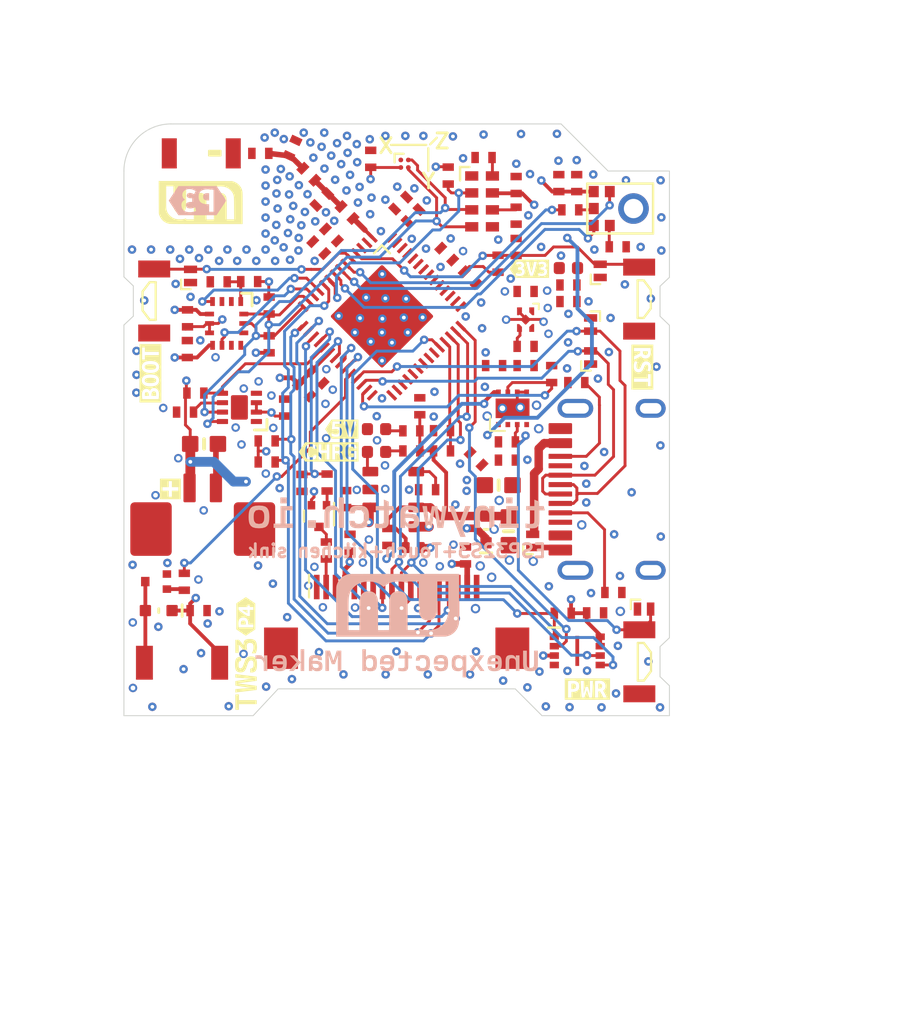
<source format=kicad_pcb>
(kicad_pcb (version 20221018) (generator pcbnew)
  (layers (0 "F.Cu" mixed) (1 "In1.Cu" power) (2 "In2.Cu" power) (31 "B.Cu" signal) (34 "B.Paste" user) (35 "F.Paste" user) (36 "B.SilkS" user "B.Silkscreen") (37 "F.SilkS" user "F.Silkscreen") (38 "B.Mask" user) (39 "F.Mask" user) (44 "Edge.Cuts" user))
  (net 0 "")
  (net 1 "GND")
  (net 2 "3.3V")
  (net 3 "/STAT")
  (net 4 "VBAT")
  (net 5 "/LNA_IN")
  (net 6 "/RESET")
  (net 7 "/ANT")
  (net 8 "/XTAL_P")
  (net 9 "/XTAL_N")
  (net 10 "/VBUS")
  (net 11 "/PROG")
  (net 12 "/IO0")
  (net 13 "/VBUS_SENSE")
  (net 14 "/D-")
  (net 15 "/D+")
  (net 16 "/SDA")
  (net 17 "/SCL")
  (net 18 "/U0TXD")
  (net 19 "/U0RXD")
  (net 20 "/CC1")
  (net 21 "/CC2")
  (net 22 "/ANT_MATCH")
  (net 23 "/ANT_FREQ")
  (net 24 "Net-(D3-1)")
  (net 25 "Net-(D8-1)")
  (net 26 "Net-(U1-VBACKUP)")
  (net 27 "/BMI_ADR")
  (net 29 "Net-(Q1-B)")
  (net 30 "Net-(Q1-C)")
  (net 31 "/LEDK")
  (net 32 "/~{FG_ALERT}")
  (net 35 "/~{FG_QSTRT}")
  (net 37 "/TFT_DC")
  (net 38 "/TFT_BACKLIGHT")
  (net 39 "/TFT_CS")
  (net 40 "/RTC_EVI")
  (net 41 "/~{RTC_INT}")
  (net 42 "/BMA_INT1")
  (net 43 "/BMA_INT2")
  (net 44 "/TCH_RST")
  (net 45 "/TCH_INT")
  (net 46 "/IO5_SDA2")
  (net 47 "/IO10_SCL2")
  (net 48 "/IO18_BUZZ")
  (net 49 "/SPICS1")
  (net 50 "/VDD_SPI")
  (net 51 "/SPIHD")
  (net 52 "/SPIWP")
  (net 53 "/SPICS0")
  (net 54 "/SPICLK")
  (net 55 "/SPIQ")
  (net 56 "/SPID")
  (net 57 "/SPICLK_N")
  (net 58 "/SPICLK_P")
  (net 59 "/IO38")
  (net 60 "/MTCK")
  (net 61 "/MTDO")
  (net 62 "/MTDI")
  (net 63 "/MTMS")
  (net 64 "/IO45")
  (net 65 "/IO46")
  (net 66 "/VBUS-IN")
  (net 67 "/USB-5V")
  (net 68 "/SPI_MO")
  (net 69 "/SPI_MI")
  (net 71 "/ON-SW")
  (net 73 "/PWR-SHUTDOWN")
  (net 74 "/SPI_SCK")
  (net 75 "/MIC_WS")
  (net 76 "/MIC_SELECT")
  (net 77 "/MIC_BCLK")
  (net 78 "Net-(IC4-DATA)")
  (net 79 "/MIC_DATA")
  (net 80 "/BUZZ")
  (net 81 "/BUZZ_T")
  (net 82 "/TFT_RESET")
  (net 87 "Net-(D7-1)")
  (net 88 "/LDO_EN")
  (net 89 "/FLASH2_CS")
  (footprint "TinyWATCH_S3:XC6194BANNERG" (layer "F.Cu") (at 152.35 94.05)
    (fp_text reference "IC3" hide)
    (fp_text value "XC6194AA03ER-G" hide)
  )
  (footprint "kikit:Tab" (layer "F.Cu") (at 131.449999 91.62)
    (fp_text reference "T1" hide)
    (fp_text value "Tab")
  )
  (footprint "Button_Switch_SMD:SW_SPST_B3U-3000P" (layer "F.Cu") (at 133.3 88.35 90)
    (fp_text reference "SW3" hide)
    (fp_text value "SW_Push" hide)
  )
  (footprint "TinyWATCH_S3:_0402_SRN" (layer "F.Cu") (at 141.96 92.4 -45)
    (fp_text reference "C14" hide)
    (fp_text value "0.1uF" hide)
  )
  (footprint "TinyWATCH_S3:_0402_SRN" (layer "F.Cu") (at 141.15 98.01 -90)
    (fp_text reference "R12" hide)
    (fp_text value "10K" hide)
  )
  (footprint "Package_TO_SOT_SMD:SOT-723" (layer "F.Cu") (at 133.4 103.25 180)
    (fp_text reference "Q2" hide)
    (fp_text value "MMBT2222" hide)
  )
  (footprint "TinyWATCH_S3:_0402_SRN" (layer "F.Cu") (at 146.4 83.15 45)
    (fp_text reference "C19" hide)
    (fp_text value "1uF" hide)
  )
  (footprint "TinyWATCH_S3:_0402_SRN" (layer "F.Cu") (at 152.54 83.82 -90)
    (fp_text reference "R8" hide)
    (fp_text value "10K" hide)
  )
  (footprint "TinyWATCH_S3:_0402_SRN" (layer "F.Cu") (at 143.55 83.65 -45)
    (fp_text reference "L1" hide)
    (fp_text value "3.3nH" hide)
  )
  (footprint "TinyWATCH_S3:_0402_SRN" (layer "F.Cu") (at 136.73 87.33 180)
    (fp_text reference "R23" hide)
    (fp_text value "100K" hide)
  )
  (footprint "kibuzzard-654236E4" (layer "F.Cu") (at 138.18 108.18 90)
    (fp_text reference "kibuzzard-654236E4" hide)
    (fp_text value "G***" hide)
  )
  (footprint "TinyWATCH_S3:_0402_SRN" (layer "F.Cu") (at 134.94 94.25 180)
    (fp_text reference "R22" hide)
    (fp_text value "100K" hide)
  )
  (footprint "TinyWATCH_S3:_0402_SRN" (layer "F.Cu") (at 150.1 87.11 -45)
    (fp_text reference "C13" hide)
    (fp_text value "0.1uF" hide)
  )
  (footprint "TinyWATCH_S3:_0402_SRN" (layer "F.Cu") (at 142.719553 84.843764 135)
    (fp_text reference "C17" hide)
    (fp_text value "0.1uF" hide)
  )
  (footprint "TinyWATCH_S3:IC_RV-3028-C7-32.768KHZ-1PPM-TA-QA" (layer "F.Cu") (at 150.73 83.06)
    (fp_text reference "U1" hide)
    (fp_text value "RV-3028-C7" hide)
  )
  (footprint "TinyWATCH_S3:_0402_SRN" (layer "F.Cu") (at 148.85 85.86 135)
    (fp_text reference "C33" hide)
    (fp_text value "1uF" hide)
  )
  (footprint "TinyWATCH_S3:_0402_SRN" (layer "F.Cu") (at 153.0446 91.78)
    (fp_text reference "C25" hide)
    (fp_text value "1uF" hide)
  )
  (footprint "TinyWATCH_S3:_0402_SRN" (layer "F.Cu") (at 153.0446 90.76 180)
    (fp_text reference "R30" hide)
    (fp_text value "100K" hide)
  )
  (footprint "TinyWATCH_S3:JST-PICOBLADE" (layer "F.Cu") (at 135.88 99.42 180)
    (fp_text reference "BAT" hide)
    (fp_text value "2P-MICROBLADE" hide)
  )
  (footprint "TinyWATCH_S3:_0402_SRN" (layer "F.Cu") (at 135.66 104.79)
    (fp_text reference "C29" hide)
    (fp_text value "2.2uF" hide)
  )
  (footprint "TinyWATCH_S3:_0402_SRN" (layer "F.Cu") (at 150.81 80.73 180)
    (fp_text reference "R6" hide)
    (fp_text value "10K" hide)
  )
  (footprint "TinyWATCH_S3:_0402_SRN" (layer "F.Cu") (at 155.32 87.5)
    (fp_text reference "R18" hide)
    (fp_text value "5K1" hide)
  )
  (footprint "TinyWATCH_S3:UM_LOGO_NEW_TINY" (layer "F.Cu") (at 135.77 83.37)
    (fp_text reference "U$88" hide)
    (fp_text value "UM_LOGONEW_SMALLER" hide)
  )
  (footprint "TinyWATCH_S3:_0402_SRN" (layer "F.Cu") (at 146.97 95.245 180)
    (fp_text reference "R15" hide)
    (fp_text value "5K1" hide)
  )
  (footprint "TinyWATCH_S3:_0402_SRN" (layer "F.Cu") (at 151.37 91.78 180)
    (fp_text reference "C23" hide)
    (fp_text value "0.1uF" hide)
  )
  (footprint "TinyWATCH_S3:_0402_SRN" (layer "F.Cu") (at 147.06 83.81 45)
    (fp_text reference "C15" hide)
    (fp_text value "0.1uF" hide)
  )
  (footprint "TinyWATCH_S3:Flash_W25Q80DVUXIE" (layer "F.Cu") (at 155.79 106.93)
    (fp_text reference "U6" hide)
    (fp_text value "W25Q80DVUXIE" hide)
  )
  (footprint "TinyWATCH_S3:_0402_SRN" (layer "F.Cu") (at 138.35 87.32 180)
    (fp_text reference "R24" hide)
    (fp_text value "100K" hide)
  )
  (footprint "TinyWATCH_S3:_0402_SRN" (layer "F.Cu") (at 135.07 89.27 -90)
    (fp_text reference "C1" hide)
    (fp_text value "0.1uF" hide)
  )
  (footprint "kibuzzard-6518A754" (layer "F.Cu") (at 133.1 92.19 90)
    (fp_text reference "kibuzzard-6518A754" hide)
    (fp_text value "G***" hide)
  )
  (footprint "Package_TO_SOT_SMD:SOT-723" (layer "F.Cu") (at 142.06 99.77 -90)
    (fp_text reference "Q1" hide)
    (fp_text value "MMBT2222" hide)
  )
  (footprint "TinyWATCH_S3:_0402_SRN" (layer "F.Cu") (at 146.97 96.31 180)
    (fp_text reference "R1" hide)
    (fp_text value "5K1" hide)
  )
  (footprint "TinyWATCH_S3:_0402_SRN" (layer "F.Cu") (at 155.74 92.68)
    (fp_text reference "R9" hide)
    (fp_text value "5.1K" hide)
  )
  (footprint "TinyWATCH_S3:_0402_SRN" (layer "F.Cu") (at 139.28 95.78)
    (fp_text reference "R28" hide)
    (fp_text value "10K" hide)
  )
  (footprint "TinyWATCH_S3:_0402_SRN" (layer "F.Cu") (at 155.42 83.51 180)
    (fp_text reference "R26" hide)
    (fp_text value "68" hide)
  )
  (footprint "kibuzzard-64F95D18" (layer "F.Cu") (at 142.57 96.365)
    (fp_text reference "kibuzzard-64F95D18" hide)
    (fp_text value "G***" hide)
  )
  (footprint "LED_SMD:LED_0402_1005Metric" (layer "F.Cu") (at 145.12 95.155 180)
    (fp_text reference "D8" hide)
    (fp_text value "RED" hide)
  )
  (footprint "TinyWATCH_S3:TVS X1-DFN1006-2" (layer "F.Cu") (at 156.5 89.6 -90)
    (fp_text reference "D4" hide)
    (fp_text value "D_TVS" hide)
  )
  (footprint "TinyWATCH_S3:_0402_SRN" (layer "F.Cu") (at 155.76 82.089999 90)
    (fp_text reference "C26" hide)
    (fp_text value "220pF" hide)
  )
  (footprint "Button_Switch_SMD:SW_SPST_B3U-3000P" (layer "F.Cu") (at 159.08 88.25 -90)
    (fp_text reference "SW1" hide)
    (fp_text value "SW_Push" hide)
  )
  (footprint "TinyWATCH_S3:_0402_SRN" (layer "F.Cu") (at 151.58 86.37 90)
    (fp_text reference "R14" hide)
    (fp_text value "100K" hide)
  )
  (footprint "TinyWATCH_S3:_0402_SRN" (layer "F.Cu") (at 135.4885 93.24)
    (fp_text reference "R21" hide)
    (fp_text value "100K" hide)
  )
  (footprint "TinyWATCH_S3:_0402_SRN" (layer "F.Cu") (at 155.32 88.38)
    (fp_text reference "C31" hide)
    (fp_text value "0.1uF" hide)
  )
  (footprint "TinyWATCH_S3:_0402_SRN" (layer "F.Cu") (at 140.23 94.01 90)
    (fp_text reference "C6" hide)
    (fp_text value "0.1uF" hide)
  )
  (footprint "TinyWATCH_S3:QFN56-ESP32-S3-PROD-THIN" (layer "F.Cu") (at 145.408578 89.165044 -45)
    (fp_text reference "IC2" hide)
    (fp_text value "ESP32-S3-PICO1-N8R2" hide)
  )
  (footprint "TinyWATCH_S3:_0402_SRN" (layer "F.Cu") (at 156.74 104.91)
    (fp_text reference "C9" hide)
    (fp_text value "0.1uF" hide)
  )
  (footprint "TinyWATCH_S3:_0402_SRN" (layer "F.Cu") (at 145.72 100.88 -90)
    (fp_text reference "R17" hide)
    (fp_text value "100K" hide)
  )
  (footprint "Connector_FFC-FPC:Hirose_FH12-18S-0.5SH_1x18-1MP_P0.50mm_Horizontal" (layer "F.Cu") (at 146.19 105.39)
    (fp_text reference "J3" hide)
    (fp_text value "Conn_01x18_Pin" hide)
  )
  (footprint "TinyWATCH_S3:_0402_SRN" (layer "F.Cu") (at 142.49 97.99 -90)
    (fp_text reference "R19" hide)
    (fp_text value "1K" hide)
  )
  (footprint "TinyWATCH_S3:SOT723" (layer "F.Cu") (at 147.07 100.89 90)
    (fp_text reference "T3" hide)
    (fp_text value "P-FET" hide)
  )
  (footprint "TinyWATCH_S3:_0402_SRN" (layer "F.Cu") (at 148.93 81.69 -90)
    (fp_text reference "R7" hide)
    (fp_text value "10K" hide)
  )
  (footprint "TinyWATCH_S3:SOT23-5-SML2" (layer "F.Cu") (at 146.01 98.36 -90)
    (fp_text reference "CHRG2" hide)
    (fp_text value "TP4065-4.2V-SOT25-R" hide)
  )
  (footprint "TinyWATCH_S3:VREG_NCP170AMX300TCG" (layer "F.Cu") (at 153.0446 89.339099 -90)
    (fp_text reference "U3" hide)
    (fp_text value "NCP167BMX330TBG" hide)
  )
  (footprint "TinyWATCH_S3:_0402_SRN" (layer "F.Cu") (at 152.54 82.19 90)
    (fp_text reference "C10" hide)
    (fp_text value "0.1uF" hide)
  )
  (footprint "TinyWATCH_S3:_0402_SRN" (layer "F.Cu") (at 155.02 104.93)
    (fp_text reference "R31" hide)
    (fp_text value "100K" hide)
  )
  (footprint "kikit:Tab" (layer "F.Cu") (at 146.19 78.713654 -90)
    (fp_text reference "T1" hide)
    (fp_text value "Tab")
  )
  (footprint "TinyWATCH_S3:_0402_SRN" (layer "F.Cu") (at 152.54 85.48 90)
    (fp_text reference "C3" hide)
    (fp_text value "1uF" hide)
  )
  (footprint "kibuzzard-65454E62" (layer "F.Cu") (at 134.16 98.33 90)
    (fp_text reference "kibuzzard-65454E62" hide)
    (fp_text value "G***" hide)
  )
  (footprint "TinyWATCH_S3:TVS X1-DFN1006-2" (layer "F.Cu") (at 135.23 87.02 90)
    (fp_text reference "D10" hide)
    (fp_text value "D_TVS" hide)
  )
  (footprint "kibuzzard-6534A83C" (layer "F.Cu") (at 153.24 86.64)
    (fp_text reference "kibuzzard-6534A83C" hide)
    (fp_text value "G***" hide)
  )
  (footprint "LED_SMD:LED_0402_1005Metric" (layer "F.Cu") (at 155.32 86.6 180)
    (fp_text reference "D7" hide)
    (fp_text value "GREEN" hide)
  )
  (footprint "TinyWATCH_S3:_0402_SRN" (layer "F.Cu") (at 147.81 98.37 180)
    (fp_text reference "R16" hide)
    (fp_text value "3K3" hide)
  )
  (footprint "TinyWATCH_S3:SOD-523-MSK4010" (layer "F.Cu") (at 150.94 100.48 -90)
    (fp_text reference "D5" hide)
    (fp_text value "DIODE-SCHOTTKYWIDE" hide)
  )
  (footprint "TinyWATCH_S3:SOD-523-MSK4010" (layer "F.Cu") (at 133.54 104.79)
    (fp_text reference "D6" hide)
    (fp_text value "DIODE-SCHOTTKYWIDE" hide)
  )
  (footprint "TinyWATCH_S3:_0402_SRN" (layer "F.Cu") (at 154.43 92.23 90)
    (fp_text reference "R25" hide)
    (fp_text value "10K" hide)
  )
  (footprint "TinyWATCH_S3:_0402_SRN" (layer "F.Cu") (at 154.81 82.089999 90)
    (fp_text reference "C24" hide)
    (fp_text value "1uF" hide)
  )
  (footprint "TinyWATCH_S3:_0402_SRN" (layer "F.Cu") (at 147.42 93.94 90)
    (fp_text reference "C27" hide)
    (fp_text value "1uF" hide)
  )
  (footprint "TinyWATCH_S3:TVS X1-DFN1006-2" (layer "F.Cu") (at 153.42 101.09 90)
    (fp_text reference "D1" hide)
    (fp_text value "D_TVS" hide)
  )
  (footprint "kibuzzard-6518A76D" (layer "F.Cu") (at 156.33 108.96)
    (fp_text reference "kibuzzard-6518A76D" hide)
    (fp_text value "G***" hide)
  )
  (footprint "TinyWATCH_S3:_0402_SRN" (layer "F.Cu") (at 142.047801 85.515514 135)
    (fp_text reference "C18" hide)
    (fp_text value "1uF" hide)
  )
  (footprint "TinyWATCH_S3:_0402_SRN" (layer "F.Cu") (at 139.41 88.59 -90)
    (fp_text reference "R4" hide)
    (fp_text value "10K" hide)
  )
  (footprint "TinyWATCH_S3:TVS X1-DFN1006-2" (layer "F.Cu") (at 156.5 91.35 90)
    (fp_text reference "D2" hide)
    (fp_text value "D_TVS" hide)
  )
  (footprint "TinyWATCH_S3:_0402_SRN" (layer "F.Cu") (at 142.45 101.6 -90)
    (fp_text reference "R20" hide)
    (fp_text value "22" hide)
  )
  (footprint "TinyWATCH_S3:_0402_SRN" (layer "F.Cu") (at 152.05 96.8)
    (fp_text reference "C22" hide)
    (fp_text value "0.1uF" hide)
  )
  (footprint "kibuzzard-65459225" (layer "F.Cu") (at 138.17 105.1 90)
    (fp_text reference "kibuzzard-65459225" hide)
    (fp_text value "G***" hide)
  )
  (footprint "TinyWATCH_S3:_0402_SRN" (layer "F.Cu") (at 157.71 103.83 180)
    (fp_text reference "R11" hide)
    (fp_text value "5.1K" hide)
  )
  (footprint "TinyWATCH_S3:_0402_SRN" (layer "F.Cu") (at 134.9 103.26 90)
    (fp_text reference "R27" hide)
    (fp_text value "1K" hide)
  )
  (footprint "TinyWATCH_S3:TVS X1-DFN1006-2" (layer "F.Cu") (at 157.01 86.75 90)
    (fp_text reference "D11" hide)
    (fp_text value "D_TVS" hide)
  )
  (footprint "TinyWATCH_S3:SPH0645LM4H" (layer "F.Cu") (at 158.07 83.44 90)
    (fp_text reference "IC4" hide)
    (fp_text value "MIC_I2S_ICS-43434" hide)
  )
  (footprint "TinyWATCH_S3:TVS X1-DFN1006-2" (layer "F.Cu") (at 159.34 104.71)
    (fp_text reference "D9" hide)
    (fp_text value "D_TVS" hide)
  )
  (footprint "TinyWATCH_S3:_0402_SRN" (layer "F.Cu") (at 152.05 95.83 180)
    (fp_text reference "R33" hide)
    (fp_text value "10K" hide)
  )
  (footprint "TinyWATCH_S3:_0402_SRN" (layer "F.Cu") (at 143.48 98.87 90)
    (fp_text reference "C32" hide)
    (fp_text value "2.2uF" hide)
  )
  (footprint "TinyWATCH_S3:ANT_2450AT18B100E" (layer "F.Cu") (at 135.801695 80.51)
    (fp_text reference "U$13" hide)
    (fp_text value "ANT_2450AT18B100E" hide)
  )
  (footprint "LED_SMD:LED_0402_1005Metric" (layer "F.Cu") (at 145.12 96.365 180)
    (fp_text reference "D3" hide)
    (fp_text value "ORANGE" hide)
  )
  (footprint "TinyWATCH_S3:_0402_SRN" (layer "F.Cu") (at 148.6 95.235 180)
    (fp_text reference "R3" hide)
    (fp_text value "2K" hide)
  )
  (footprint "TinyWATCH_S3:MagneticBuzzer_KLJ-4020" (layer "F.Cu") (at 134.78 107.56 180)
    (fp_text reference "SP1" hide)
    (fp_text value "KLJ-4020" hide)
  )
  (footprint "TinyWATCH_S3:MAX17048G_T10_SON50P200X200X80-9N" (layer "F.Cu") (at 137.83 94 180)
    (fp_text reference "U4" hide)
    (fp_text value "MAX17048G+T10" hide)
  )
  (footprint "TinyWATCH_S3:_0402_SRN" (layer "F.Cu") (at 153.0446 87.84225 180)
    (fp_text reference "C20" hide)
    (fp_text value "1uF" hide)
  )
  (footprint "kibuzzard-64F95D11" (layer "F.Cu") (at 143.27 95.155)
    (fp_text reference "kibuzzard-64F95D11" hide)
    (fp_text value "G***" hide)
  )
  (footprint "kibuzzard-6518A765" (layer "F.Cu") (at 159.25 91.86 -90)
    (fp_text reference "kibuzzard-6518A765" hide)
    (fp_text value "G***" hide)
  )
  (footprint "TinyWATCH_S3:_0402_SRN" (layer "F.Cu") (at 144.81 80.8 90)
    (fp_text reference "C8" hide)
    (fp_text value "0.1uF" hide)
  )
  (footprint "Qwiic_BMI270:BMI270" (layer "F.Cu") (at 137.1525 89.54 -90)
    (fp_text reference "U$1" hide)
    (fp_text value "BMI270" hide)
  )
  (footprint "Package_BGA:WLP-4_0.83x0.83mm_P0.4mm" (layer "F.Cu") (at 146.61 81.06)
    (fp_text reference "U2" hide)
    (fp_text value "MMC5633NJL" hide)
  )
  (footprint "TinyWATCH_S3:_0402_SRN" (layer "F.Cu") (at 141.28 93.08 -45)
    (fp_text reference "C2" hide)
    (fp_text value "1uF" hide)
  )
  (footprint "TinyWATCH_S3:_0402_SRN" (layer "F.Cu") (at 157.94 85.47 180)
    (fp_text reference "R13" hide)
    (fp_text value "10k" hide)
  )
  (footprint "TinyWATCH_S3:_0402_SRN" (layer "F.Cu") (at 140.64 80.23 -115)
    (fp_text reference "AF2" hide)
    (fp_text value "1.5nH" hide)
  )
  (footprint "TinyWATCH_S3:_0402_SRN" (layer "F.Cu") (at 148.6 96.31)
    (fp_text reference "R2" hide)
    (fp_text value "3K3" hide)
  )
  (footprint "TinyWATCH_S3:_0402_SRN" (layer "F.Cu") (at 139.41 90.65 90)
    (fp_text reference "R5" hide)
    (fp_text value "10K" hide)
  )
  (footprint "TinyWATCH_S3:_0402_SRN" (layer "F.Cu") (at 143.71 101.19 90)
    (fp_text reference "C16" hide)
    (fp_text value "0.1uF" hide)
  )
  (footprint "TinyWATCH_S3:_0603MP" (layer "F.Cu") (at 152.14 100.58 90)
    (fp_text reference "C28" hide)
    (fp_text value "10uF" hide)
  )
  (footprint "TinyWATCH_S3:_0402_SRN" (layer "F.Cu") (at 135.06 90.9 90)
    (fp_text reference "C12" hide)
    (fp_text value "0.1uF" hide)
  )
  (footprint "kikit:Tab" (layer "F.Cu") (at 160.94 91.62 180)
    (fp_text reference "T1" hide)
    (fp_text value "Tab")
  )
  (footprint "kikit:Tab" (layer "F.Cu") (at 146.19 113.18 90)
    (fp_text reference "T1" hide)
    (fp_text value "Tab")
  )
  (footprint "TinyWATCH_S3:_0402_SRN" (layer "F.Cu") (at 149.85 101.86 90)
    (fp_text reference "C11" hide)
    (fp_text value "0.1uF" hide)
  )
  (footprint "TinyWATCH_S3:_0402_SRN" (layer "F.Cu") (at 142.21 82.96 45)
    (fp_text reference "C5" hide)
    (fp_text value "1.0pF" hide)
  )
  (footprint "TinyWATCH_S3:_0402_SRN" (layer "F.Cu") (at 139.28 96.9)
    (fp_text reference "R29" hide)
    (fp_text value "10K" hide)
  )
  (footprint "TinyWATCH_S3:USB-C-16P-LESSPASTE-2-FIxed" (layer "F.Cu") (at 158.4 98.35 90)
    (fp_text reference "J2" hide)
    (fp_text value "USB_C" hide)
  )
  (footprint "TinyWATCH_S3:_0603MP" (layer "F.Cu") (at 135.95 95.94)
    (fp_text reference "C7" hide)
    (fp_text value "10uF" hide)
  )
  (footprint "TinyWATCH_S3:_0402_SRN" (layer "F.Cu") (at 138.941696 80.51 180)
    (fp_text reference "AF3" hide)
    (fp_text value "2.4nH" hide)
  )
  (footprint "TinyWATCH_S3:_0603MP" (layer "F.Cu") (at 151.61 98.13 180)
    (fp_text reference "C21" hide)
    (fp_text value "10uF" hide)
  )
  (footprint "TinyWATCH_S3:_0402_SRN" (layer "F.Cu") (at 141.52 81.62 135)
    (fp_text reference "AF1" hide)
    (fp_text value "3.6pF" hide)
  )
  (footprint "Button_Switch_SMD:SW_SPST_B3U-3000P" (layer "F.Cu") (at 159.09 107.51 -90)
    (fp_text reference "SW5" hide)
    (fp_text value "SW_Push" hide)
  )
  (footprint "TinyWATCH_S3:_0402_SRN" (layer "F.Cu") (at 150.41 96.74 135)
    (fp_text reference "C30" hide)
    (fp_text value "1uF" hide)
  )
  (footprint "TinyWATCH_S3:UM_LOGO_NEW_SMALL" (layer "B.Cu") (at 146.19 104.61 180)
    (fp_text reference "U$88" hide)
    (fp_text value "UM_LOGONEW_SMALLER" hide)
  )
  (footprint "kibuzzard-6534A245" (layer "B.Cu") (at 146.19 107.59 180)
    (fp_text reference "kibuzzard-6534A245" hide)
    (fp_text value "G***" hide)
  )
  (footprint "kibuzzard-6545504A" (layer "B.Cu") (at 135.6 83.02 180)
    (fp_text reference "kibuzzard-6545504A" hide)
    (fp_text value "G***" hide)
  )
  (footprint "kibuzzard-6518E439" (layer "B.Cu") (at 146.19 99.83 180)
    (fp_text reference "kibuzzard-6518E439" hide)
    (fp_text value "G***" hide)
  )
  (gr_line (start 147.87 81.44) (end 147.87 80.235001) (stroke (width 0.12)) (layer "F.SilkS"))
  (gr_line (start 145.89 80.06) (end 147.76 80.06) (stroke (width 0.12)) (layer "F.SilkS"))
  (gr_line (start 148.32 79.68) (end 147.971538 80.028462) (stroke (width 0.12)) (layer "F.SilkS"))
  (gr_line (start 160.69 87.094999) (end 160.69 81.446827) (stroke (width 0.05)) (layer "Edge.Cuts"))
  (gr_line (start 160.69 81.446827) (end 157.43 81.446827) (stroke (width 0.05)) (layer "Edge.Cuts"))
  (gr_line (start 160.69 106.234999) (end 160.19 106.705) (stroke (width 0.05)) (layer "Edge.Cuts"))
  (gr_line (start 132.19 89.155) (end 132.19 87.55) (stroke (width 0.05)) (layer "Edge.Cuts"))
  (gr_line (start 139.89 108.946827) (end 152.49 108.946827) (stroke (width 0.05)) (layer "Edge.Cuts"))
  (gr_line (start 154.93 78.946827) (end 157.43 81.446827) (stroke (width 0.05)) (layer "Edge.Cuts"))
  (gr_arc (start 131.69 81.446827) (mid 132.422229 79.679057) (end 134.19 78.946827) (stroke (width 0.05)) (layer "Edge.Cuts"))
  (gr_line (start 132.19 87.55) (end 131.69 87.07) (stroke (width 0.05)) (layer "Edge.Cuts"))
  (gr_line (start 134.19 78.946827) (end 154.93 78.946827) (stroke (width 0.05)) (layer "Edge.Cuts"))
  (gr_line (start 160.19 106.705) (end 160.19 108.3) (stroke (width 0.05)) (layer "Edge.Cuts"))
  (gr_line (start 138.56 110.369999) (end 131.69 110.369999) (stroke (width 0.05)) (layer "Edge.Cuts"))
  (gr_line (start 138.56 110.369999) (end 139.89 108.946827) (stroke (width 0.05)) (layer "Edge.Cuts"))
  (gr_line (start 160.19 89.159999) (end 160.69 89.64) (stroke (width 0.05)) (layer "Edge.Cuts"))
  (gr_line (start 152.49 108.946827) (end 153.913094 110.369927) (stroke (width 0.05)) (layer "Edge.Cuts"))
  (gr_line (start 160.19 108.3) (end 160.69 108.779999) (stroke (width 0.05)) (layer "Edge.Cuts"))
  (gr_line (start 160.69 87.094999) (end 160.19 87.565) (stroke (width 0.05)) (layer "Edge.Cuts"))
  (gr_line (start 160.19 87.565) (end 160.19 89.159999) (stroke (width 0.05)) (layer "Edge.Cuts"))
  (gr_line (start 160.69 110.369927) (end 153.913094 110.369927) (stroke (width 0.05)) (layer "Edge.Cuts"))
  (gr_line (start 131.69 87.07) (end 131.69 81.446827) (stroke (width 0.05)) (layer "Edge.Cuts"))
  (gr_line (start 160.69 89.64) (end 160.69 106.234999) (stroke (width 0.05)) (layer "Edge.Cuts"))
  (gr_line (start 131.69 89.624999) (end 131.69 110.369999) (stroke (width 0.05)) (layer "Edge.Cuts"))
  (gr_line (start 160.69 108.779999) (end 160.69 110.369927) (stroke (width 0.05)) (layer "Edge.Cuts"))
  (gr_line (start 131.69 89.624999) (end 132.19 89.155) (stroke (width 0.05)) (layer "Edge.Cuts"))
  (gr_text "ESP32S3+Touch+kitchen sink" (at 146.19 101.21) (layer "B.SilkS") (effects (font (size 0.7 0.7) (thickness 0.15) bold) (justify top mirror)))
  (gr_text "X" (at 145.14 80.58) (layer "F.SilkS") (effects (font (size 0.8 0.8)) (justify left bottom)))
  (gr_text "Z" (at 148.13 80.33) (layer "F.SilkS") (effects (font (size 0.8 0.8)) (justify left bottom)))
  (gr_text "Y" (at 147.44 82.45) (layer "F.SilkS") (effects (font (size 0.8 0.8)) (justify left bottom)))
  (segment (start 136.58 98.277) (end 136.58 96.0466) (width 0.3) (layer "F.Cu") (net 1))
  (segment (start 135.11 89.71) (end 134.97 89.85) (width 0.154) (layer "F.Cu") (net 1))
  (segment (start 141.7955 98.46) (end 141.7955 98.7645) (width 0.154) (layer "F.Cu") (net 1))
  (segment (start 152.021047 89.328953) (end 153.878953 89.328953) (width 0.15) (layer "F.Cu") (net 1))
  (segment (start 153.1 93.1875) (end 152.6 93.1875) (width 0.154) (layer "F.Cu") (net 1))
  (segment (start 141.66 98.9) (end 141.66 99.195) (width 0.154) (layer "F.Cu") (net 1))
  (segment (start 153.0446 89.339099) (end 153.0446 89.2796) (width 0.1524) (layer "F.Cu") (net 1))
  (segment (start 136.0975 89.5425) (end 135.93 89.71) (width 0.154) (layer "F.Cu") (net 1))
  (segment (start 152.6 93.8) (end 152.35 94.05) (width 0.154) (layer "F.Cu") (net 1))
  (segment (start 153.0446 89.2796) (end 152.7446 88.9796) (width 0.1524) (layer "F.Cu") (net 1))
  (segment (start 152.6 93.1875) (end 152.6 93.8) (width 0.154) (layer "F.Cu") (net 1))
  (segment (start 154.755 101.44) (end 154.89 101.575) (width 0.3) (layer "F.Cu") (net 1))
  (segment (start 136.58 96.0466) (end 136.6866 95.94) (width 0.3) (layer "F.Cu") (net 1))
  (segment (start 136.7075 89.5425) (end 136.0975 89.5425) (width 0.154) (layer "F.Cu") (net 1))
  (segment (start 141.7955 98.7645) (end 141.66 98.9) (width 0.154) (layer "F.Cu") (net 1))
  (segment (start 153.878953 89.328953) (end 154 89.45) (width 0.15) (layer "F.Cu") (net 1))
  (segment (start 153.42 101.44) (end 154.755 101.44) (width 0.3) (layer "F.Cu") (net 1))
  (segment (start 136.92 89.33) (end 136.7075 89.5425) (width 0.154) (layer "F.Cu") (net 1))
  (segment (start 152.01 89.34) (end 152.021047 89.328953) (width 0.15) (layer "F.Cu") (net 1))
  (segment (start 136.0975 89.5425) (end 136.24 89.5425) (width 0.154) (layer "F.Cu") (net 1))
  (segment (start 135.93 89.71) (end 135.11 89.71) (width 0.154) (layer "F.Cu") (net 1))
  (segment (start 136.24 89.5425) (end 136.24 90.0425) (width 0.154) (layer "F.Cu") (net 1))
  (segment (start 152.7446 88.9796) (end 152.7446 88.889099) (width 0.1524) (layer "F.Cu") (net 1))
  (via (at 140.69 83.3) (size 0.45) (drill 0.2) (layers "F.Cu" "B.Cu") (net 1))
  (via (at 150.38 104.6865) (size 0.5) (drill 0.3) (layers "F.Cu" "B.Cu") (net 1))
  (via (at 144.07 98.38) (size 0.45) (drill 0.25) (layers "F.Cu" "B.Cu") (net 1))
  (via (at 143.11 89.14) (size 0.45) (drill 0.2) (layers "F.Cu" "B.Cu") (net 1))
  (via (at 139.22 84.77) (size 0.45) (drill 0.2) (layers "F.Cu" "B.Cu") (net 1))
  (via (at 155.25 91.93) (size 0.45) (drill 0.2) (layers "F.Cu" "B.Cu") (net 1))
  (via (at 142.71 80.63) (size 0.45) (drill 0.2) (layers "F.Cu" "B.Cu") (net 1))
  (via (at 139.22 85.62) (size 0.45) (drill 0.2) (layers "F.Cu" "B.Cu") (net 1))
  (via (at 142.44 95.64) (size 0.45) (drill 0.25) (layers "F.Cu" "B.Cu") (net 1))
  (via (at 147.79 83.01) (size 0.45) (drill 0.2) (layers "F.Cu" "B.Cu") (net 1))
  (via (at 140.41 84.74) (size 0.45) (drill 0.2) (layers "F.Cu" "B.Cu") (net 1))
  (via (at 149.86 89.17) (size 0.45) (drill 0.2) (layers "F.Cu" "B.Cu") (net 1))
  (via (at 139.97 98.29) (size 0.45) (drill 0.2) (layers "F.Cu" "B.Cu") (net 1))
  (via (at 135.65 103.14) (size 0.45) (drill 0.25) (layers "F.Cu" "B.Cu") (net 1))
  (via (at 152.1835 102.11) (size 0.5) (drill 0.3) (layers "F.Cu" "B.Cu") (net 1))
  (via (at 139.79 84.31) (size 0.45) (drill 0.2) (layers "F.Cu" "B.Cu") (net 1))
  (via (at 146.992751 85.047249) (size 0.45) (drill 0.2) (layers "F.Cu" "B.Cu") (net 1))
  (via (at 145.42 86.92) (size 0.45) (drill 0.2) (layers "F.Cu" "B.Cu") (net 1))
  (via (at 152.01 89.34) (size 0.45) (drill 0.25) (layers "F.Cu" "B.Cu") (net 1))
  (via (at 154.71 79.47) (size 0.45) (drill 0.2) (layers "F.Cu" "B.Cu") (net 1))
  (via (at 158.06 102.95) (size 0.45) (drill 0.2) (layers "F.Cu" "B.Cu") (net 1))
  (via (at 156.27 98.051) (size 0.45) (drill 0.2) (layers "F.Cu" "B.Cu") (net 1))
  (via (at 134.86 107.9) (size 0.45) (drill 0.2) (layers "F.Cu" "B.Cu") (net 1))
  (via (at 154.26 90.09) (size 0.45) (drill 0.25) (layers "F.Cu" "B.Cu") (net 1))
  (via (at 133.78 94.03) (size 0.45) (drill 0.25) (layers "F.Cu" "B.Cu") (net 1))
  (via (at 144.76 79.76) (size 0.45) (drill 0.2) (layers "F.Cu" "B.Cu") (net 1))
  (via (at 136.92 89.33) (size 0.45) (drill 0.2) (layers "F.Cu" "B.Cu") (net 1))
  (via (at 158.68 98.51) (size 0.45) (drill 0.2) (layers "F.Cu" "B.Cu") (net 1))
  (via (at 153.78 108.03) (size 0.45) (drill 0.2) (layers "F.Cu" "B.Cu") (net 1))
  (via (at 143.979259 104.630741) (size 0.45) (drill 0.25) (layers "F.Cu" "B.Cu") (net 1))
  (via (at 140.99 82.2) (size 0.45) (drill 0.2) (layers "F.Cu" "B.Cu") (net 1))
  (via (at 137.26 109.87) (size 0.45) (drill 0.2) (layers "F.Cu" "B.Cu") (net 1))
  (via (at 153.45 102.17) (size 0.5) (drill 0.3) (layers "F.Cu" "B.Cu") (net 1))
  (via (at 142.2 80.16) (size 0.45) (drill 0.2) (layers "F.Cu" "B.Cu") (net 1))
  (via (at 140.98 85) (size 0.45) (drill 0.2) (layers "F.Cu" "B.Cu") (net 1))
  (via (at 141.4915 103.47) (size 0.45) (drill 0.25) (layers "F.Cu" "B.Cu") (net 1))
  (via (at 136.14 105.48) (size 0.45) (drill 0.2) (layers "F.Cu" "B.Cu") (net 1))
  (via (at 140.03 81.34) (size 0.45) (drill 0.2) (layers "F.Cu" "B.Cu") (net 1))
  (via (at 157.08 109.93) (size 0.45) (drill 0.2) (layers "F.Cu" "B.Cu") (net 1))
  (via (at 148.48 102.44) (size 0.45) (drill 0.25) (layers "F.Cu" "B.Cu") (net 1))
  (via (at 160 91.84) (size 0.45) (drill 0.2) (layers "F.Cu" "B.Cu") (net 1))
  (via (at 142.34 79.411327) (size 0.45) (drill 0.2) (layers "F.Cu" "B.Cu") (net 1))
  (via (at 138.06 93) (size 0.45) (drill 0.25) (layers "F.Cu" "B.Cu") (net 1))
  (via (at 151 94.46) (size 0.5) (drill 0.3) (layers "F.Cu" "B.Cu") (net 1))
  (via (at 147.604259 102.244259) (size 0.45) (drill 0.25) (layers "F.Cu" "B.Cu") (net 1))
  (via (at 147.33 104.6585) (size 0.45) (drill 0.2) (layers "F.Cu" "B.Cu") (net 1))
  (via (at 139.22 81.37) (size 0.45) (drill 0.2) (layers "F.Cu" "B.Cu") (net 1))
  (via (at 142.06 107) (size 0.45) (drill 0.2) (layers "F.Cu" "B.Cu") (net 1))
  (via (at 147.748871 85.568872) (size 0.45) (drill 0.2) (layers "F.Cu" "B.Cu") (net 1))
  (via (at 143.02 79.97) (size 0.45) (drill 0.2) (layers "F.Cu" "B.Cu") (net 1))
  (via (at 153.625668 93.885668) (size 0.5) (drill 0.3) (layers "F.Cu" "B.Cu") (net 1))
  (via (at 141.12 84.33) (size 0.45) (drill 0.2) (layers "F.Cu" "B.Cu") (net 1))
  (via (at 147.13 82.37) (size 0.45) (drill 0.2) (layers "F.Cu" "B.Cu") (net 1))
  (via (at 135.23 88.13) (size 0.45) (drill 0.2) (layers "F.Cu" "B.Cu") (net 1))
  (via (at 146.65 79.58) (size 0.45) (drill 0.2) (layers "F.Cu" "B.Cu") (net 1))
  (via (at 157.469259 91.060741) (size 0.45) (drill 0.2) (layers "F.Cu" "B.Cu") (net 1))
  (via (at 158.08 104.83) (size 0.5) (drill 0.3) (layers "F.Cu" "B.Cu") (net 1))
  (via (at 144.78 83.74) (size 0.45) (drill 0.2) (layers "F.Cu" "B.Cu") (net 1))
  (via (at 140.47 82.69) (size 0.45) (drill 0.2) (layers "F.Cu" "B.Cu") (net 1))
  (via (at 149.208911 101.288911) (size 0.45) (drill 0.25) (layers "F.Cu" "B.Cu") (net 1))
  (via (at 145.94 90.56) (size 0.45) (drill 0.2) (layers "F.Cu" "B.Cu") (net 1))
  (via (at 150.41 106.96) (size 0.45) (drill 0.2) (layers "F.Cu" "B.Cu") (net 1))
  (via (at 135.79 107.05) (size 0.45) (drill 0.2) (layers "F.Cu" "B.Cu") (net 1))
  (via (at 134.44 87.44) (size 0.45) (drill 0.2) (layers "F.Cu" "B.Cu") (net 1))
  (via (at 153.14 108.87) (size 0.45) (drill 0.2) (layers "F.Cu" "B.Cu") (net 1))
  (via (at 151.37 100.47) (size 0.5) (drill 0.3) (layers "F.Cu" "B.Cu") (net 1))
  (via (at 135.68 86.07) (size 0.45) (drill 0.2) (layers "F.Cu" "B.Cu") (net 1))
  (via (at 137.711425 86.2185) (size 0.45) (drill 0.2) (layers "F.Cu" "B.Cu") (net 1))
  (via (at 160.22 81.94) (size 0.45) (drill 0.2) (layers "F.Cu" "B.Cu") (net 1))
  (via (at 148.16 94.49) (size 0.45) (drill 0.2) (layers "F.Cu" "B.Cu") (net 1))
  (via (at 143.24 81.08) (size 0.45) (drill 0.2) (layers "F.Cu" "B.Cu") (net 1))
  (via (at 137.63 95.07) (size 0.45) (drill 0.25) (layers "F.Cu" "B.Cu") (net 1))
  (via (at 156.7 85.62) (size 0.45) (drill 0.2) (layers "F.Cu" "B.Cu") (net 1))
  (via (at 157.56 89.25) (size 0.45) (drill 0.2) (layers "F.Cu" "B.Cu") (net 1))
  (via (at 155.38 109.92) (size 0.45) (drill 0.2) (layers "F.Cu" "B.Cu") (net 1))
  (via (at 135.93 99.47) (size 0.45) (drill 0.25) (layers "F.Cu" "B.Cu") (net 1))
  (via (at 157.95 106.66) (size 0.45) (drill 0.2) (layers "F.Cu" "B.Cu") (net 1))
  (via (at 150.68 88.43) (size 0.45) (drill 0.2) (layers "F.Cu" "B.Cu") (net 1))
  (via (at 139.63 95.09) (size 0.45) (drill 0.25) (layers "F.Cu" "B.Cu") (net 1))
  (via (at 144.24 89.26) (size 0.45) (drill 0.2) (layers "F.Cu" "B.Cu") (net 1))
  (via (at 144.07 80.02) (size 0.45) (drill 0.2) (layers "F.Cu" "B.Cu") (net 1))
  (via (at 153.870238 85.4785) (size 0.45) (drill 0.2) (layers "F.Cu" "B.Cu") (net 1))
  (via (at 139.71 79.411327) (size 0.45) (drill 0.2) (layers "F.Cu" "B.Cu") (net 1))
  (via (at 142.4035 93.81) (size 0.45) (drill 0.25) (layers "F.Cu" "B.Cu") (net 1))
  (via (at 152.8 79.48) (size 0.45) (drill 0.2) (layers "F.Cu" "B.Cu") (net 1))
  (via (at 153.74 95.13) (size 0.5) (drill 0.3) (layers "F.Cu" "B.Cu") (net 1))
  (via (at 133.2 109.9) (size 0.45) (drill 0.2) (layers "F.Cu" "B.Cu") (net 1))
  (via (at 134.14857 85.62) (size 0.45) (drill 0.2) (layers "F.Cu" "B.Cu") (net 1))
  (via (at 132.36 91) (size 0.45) (drill 0.2) (layers "F.Cu" "B.Cu") (net 1))
  (via (at 158.38 81.94) (size 0.45) (drill 0.2) (layers "F.Cu" "B.Cu") (net 1))
  (via (at 146.18 106.96) (size 0.45) (drill 0.2) (layers "F.Cu" "B.Cu") (net 1))
  (via (at 143.58 80.48) (size 0.45) (drill 0.2) (layers "F.Cu" "B.Cu") (net 1))
  (via (at 142.87 84.09) (size 0.45) (drill 0.2) (layers "F.Cu" "B.Cu") (net 1))
  (via (at 154.12 109.88) (size 0.45) (drill 0.2) (layers "F.Cu" "B.Cu") (net 1))
  (via (at 151.85 108.51) (size 0.45) (drill 0.2) (layers "F.Cu" "B.Cu") (net 1))
  (via (at 135.162855 85.62) (size 0.45) (drill 0.2) (layers "F.Cu" "B.Cu") (net 1))
  (via (at 149.06 85.03) (size 0.45) (drill 0.2) (layers "F.Cu" "B.Cu") (net 1))
  (via (at 150.877497 92.9085) (size 0.45) (drill 0.2) (layers "F.Cu" "B.Cu") (net 1))
  (via (at 137.94 95.97) (size 0.45) (drill 0.25) (layers "F.Cu" "B.Cu") (net 1))
  (via (at 142.92 81.91) (size 0.45) (drill 0.2) (layers "F.Cu" "B.Cu") (net 1))
  (via (at 151.59 85.09) (size 0.45) (drill 0.2) (layers "F.Cu" "B.Cu") (net 1))
  (via (at 145.59 79.58) (size 0.45) (drill 0.2) (layers "F.Cu" "B.Cu") (net 1))
  (via (at 144.13 83.12) (size 0.45) (drill 0.2) (layers "F.Cu" "B.Cu") (net 1))
  (via (at 149.56 96.99) (size 0.45) (drill 0.2) (layers "F.Cu" "B.Cu") (net 1))
  (via (at 160.19 109.93) (size 0.45) (drill 0.2) (layers "F.Cu" "B.Cu") (net 1))
  (via (at 160.23 100.86) (size 0.45) (drill 0.2) (layers "F.Cu" "B.Cu") (net 1))
  (via (at 146.85 98.37) (size 0.45) (drill 0.2) (layers "F.Cu" "B.Cu") (net 1))
  (via (at 141.25 79.411327) (size 0.45) (drill 0.2) (layers "F.Cu" "B.Cu") (net 1))
  (via (at 138.735498 88.31) (size 0.45) (drill 0.2) (layers "F.Cu" "B.Cu") (net 1))
  (via (at 141.31 83.62) (size 0.45) (drill 0.2) (layers "F.Cu" "B.Cu") (net 1))
  (via (at 150.92 91.08) (size 0.45) (drill 0.2) (layers "F.Cu" "B.Cu") (net 1))
  (via (at 138.05 107.09) (size 0.45) (drill 0.25) (layers "F.Cu" "B.Cu") (net 1))
  (via (at 133.52 105.65) (size 0.45) (drill 0.2) (layers "F.Cu" "B.Cu") (net 1))
  (via (at 134.66857 86.11) (size 0.45) (drill 0.2) (layers "F.Cu" "B.Cu") (net 1))
  (via (at 139.73 86.2185) (size 0.45) (drill 0.2) (layers "F.Cu" "B.Cu") (net 1))
  (via (at 139.22 83.92) (size 0.45) (drill 0.2) (layers "F.Cu" "B.Cu") (net 1))
  (via (at 156.89 92.47) (size 0.45) (drill 0.2) (layers "F.Cu" "B.Cu") (net 1))
  (via (at 143.71 81.65) (size 0.45) (drill 0.2) (layers "F.Cu" "B.Cu") (net 1))
  (via (at 158.32 87.47) (size 0.45) (drill 0.2) (layers "F.Cu" "B.Cu") (net 1))
  (via (at 141.6 79.93) (size 0.45) (drill 0.2) (layers "F.Cu" "B.Cu") (net 1))
  (via (at 150.63 102.42) (size 0.5) (drill 0.3) (layers "F.Cu" "B.Cu") (net 1))
  (via (at 155.32 89.03) (size 0.45) (drill 0.2) (layers "F.Cu" "B.Cu") (net 1))
  (via (at 154 89.45) (size 0.45) (drill 0.25) (layers "F.Cu" "B.Cu") (net 1))
  (via (at 138.72571 86.2185) (size 0.45) (drill 0.2) (layers "F.Cu" "B.Cu") (net 1))
  (via (at 145.604 108.18) (size 0.45) (drill 0.2) (layers "F.Cu" "B.Cu") (net 1))
  (via (at 142.45 91.97) (size 0.45) (drill 0.25) (layers "F.Cu" "B.Cu") (net 1))
  (via (at 135.75 90.44) (size 0.45) (drill 0.2) (layers "F.Cu" "B.Cu") (net 1))
  (via (at 145.43 89.29) (size 0.45) (drill 0.2) (layers "F.Cu" "B.Cu") (net 1))
  (via (at 150.088 108.18) (size 0.45) (drill 0.2) (layers "F.Cu" "B.Cu") (net 1))
  (via (at 156.39 88.37) (size 0.45) (drill 0.2) (layers "F.Cu" "B.Cu") (net 1))
  (via (at 137.191425 85.62) (size 0.45) (drill 0.2) (layers "F.Cu" "B.Cu") (net 1))
  (via (at 144.56435 88.16565) (size 0.45) (drill 0.2) (layers "F.Cu" "B.Cu") (net 1))
  (via (at 151.94 87.84) (size 0.45) (drill 0.25) (layers "F.Cu" "B.Cu") (net 1))
  (via (at 144.09 80.98) (size 0.45) (drill 0.2) (layers "F.Cu" "B.Cu") (net 1))
  (via (at 160.26 83.91) (size 0.45) (drill 0.2) (layers "F.Cu" "B.Cu") (net 1))
  (via (at 142.264259 104.615741) (size 0.45) (drill 0.25) (layers "F.Cu" "B.Cu") (net 1))
  (via (at 144.85 82.86) (size 0.45) (drill 0.2) (layers "F.Cu" "B.Cu") (net 1))
  (via (at 145.35 84.64) (size 0.45) (drill 0.2) (layers "F.Cu" "B.Cu") (net 1))
  (via (at 151.81 94.05) (size 0.5) (drill 0.3) (layers "F.Cu" "B.Cu") (net 1))
  (via (at 157.85 109.19) (size 0.45) (drill 0.2) (layers "F.Cu" "B.Cu") (net 1))
  (via (at 144.22 82.29) (size 0.45) (drill 0.2) (layers "F.Cu" "B.Cu") (net 1))
  (via (at 156.31 107.98) (size 0.45) (drill 0.2) (layers "F.Cu" "B.Cu") (net 1))
  (via (at 139.17 79.67) (size 0.45) (drill 0.2) (layers "F.Cu" "B.Cu") (net 1))
  (via (at 139.8 82.64) (size 0.45) (drill 0.2) (layers "F.Cu" "B.Cu") (net 1))
  (via (at 140.37 105.14) (size 0.45) (drill 0.2) (layers "F.Cu" "B.Cu") (net 1))
  (via (at 144.392634 102.240179) (size 0.45) (drill 0.25) (layers "F.Cu" "B.Cu") (net 1))
  (via (at 145.147227 95.747281) (size 0.45) (drill 0.25) (layers "F.Cu" "B.Cu") (net 1))
  (via (at 141.817009 102.468491) (size 0.45) (drill 0.25) (layers "F.Cu" "B.Cu") (net 1))
  (via (at 146.78 90.02) (size 0.45) (drill 0.2) (layers "F.Cu" "B.Cu") (net 1))
  (via (at 141.76 80.74) (size 0.45) (drill 0.2) (layers "F.Cu" "B.Cu") (net 1))
  (via (at 132.17 108.9) (size 0.45) (drill 0.25) (layers "F.Cu" "B.Cu") (net 1))
  (via (at 134.58 96.7) (size 0.45) (drill 0.25) (layers "F.Cu" "B.Cu") (net 1))
  (via (at 156.64 81.63) (size 0.45) (drill 0.2) (layers "F.Cu" "B.Cu") (net 1))
  (via (at 160.26 85.67) (size 0.45) (drill 0.2) (layers "F.Cu" "B.Cu") (net 1))
  (via (at 132.36 92.27) (size 0.45) (drill 0.2) (layers "F.Cu" "B.Cu") (net 1))
  (via (at 152.25 87.16) (size 0.45) (drill 0.2) (layers "F.Cu" "B.Cu") (net 1))
  (via (at 152.76 94) (size 0.5) (drill 0.3) (layers "F.Cu" "B.Cu") (net 1))
  (via (at 136.56 91.34) (size 0.45) (drill 0.25) (layers "F.Cu" "B.Cu") (net 1))
  (via (at 139.233027 97.514692) (size 0.45) (drill 0.25) (layers "F.Cu" "B.Cu") (net 1))
  (via (at 145.41 93.52) (size 0.45) (drill 0.2) (layers "F.Cu" "B.Cu") (net 1))
  (via (at 140.97 85.67) (size 0.45) (drill 0.2) (layers "F.Cu" "B.Cu") (net 1))
  (via (at 151.24 103.02) (size 0.5) (drill 0.3) (layers "F.Cu" "B.Cu") (net 1))
  (via (at 139.84 81.92) (size 0.45) (drill 0.2) (layers "F.Cu" "B.Cu") (net 1))
  (via (at 154.79 80.9) (size 0.45) (drill 0.2) (layers "F.Cu" "B.Cu") (net 1))
  (via (at 132.16 105.42) (size 0.45) (drill 0.25) (layers "F.Cu" "B.Cu") (net 1))
  (via (at 145.13 94.47) (size 0.45) (drill 0.2) (layers "F.Cu" "B.Cu") (net 1))
  (via (at 143.362 108.18) (size 0.45) (drill 0.2) (layers "F.Cu" "B.Cu") (net 1))
  (via (at 143.52 82.48) (size 0.45) (drill 0.2) (layers "F.Cu" "B.Cu") (net 1))
  (via (at 136.75 86.2185) (size 0.45) (drill 0.2) (layers "F.Cu" "B.Cu") (net 1))
  (via (at 147.57 89.22) (size 0.45) (drill 0.2) (layers "F.Cu" "B.Cu") (net 1))
  (via (at 150.73 89.8) (size 0.45) (drill 0.2) (layers "F.Cu" "B.Cu") (net 1))
  (via (at 140.5 81.73) (size 0.45) (drill 0.2) (layers "F.Cu" "B.Cu") (net 1))
  (via (at 132.35 93.22) (size 0.45) (drill 0.2) (layers "F.Cu" "B.Cu") (net 1))
  (via (at 146.22 82.28) (size 0.45) (drill 0.2) (layers "F.Cu" "B.Cu") (net 1))
  (via (at 138.85 92.62) (size 0.45) (drill 0.25) (layers "F.Cu" "B.Cu") (net 1))
  (via (at 148.52 86.54) (size 0.45) (drill 0.2) (layers "F.Cu" "B.Cu") (net 1))
  (via (at 142.7925 93.06) (size 0.45) (drill 0.25) (layers "F.Cu" "B.Cu") (net 1))
  (via (at 142.35 81.32) (size 0.45) (drill 0.2) (layers "F.Cu" "B.Cu") (net 1))
  (via (at 133.134285 85.62) (size 0.45) (drill 0.2) (layers "F.Cu" "B.Cu") (net 1))
  (via (at 139.22 82.22) (size 0.45) (drill 0.2) (layers "F.Cu" "B.Cu") (net 1))
  (via (at 156.27 99.05) (size 0.45) (drill 0.2) (layers "F.Cu" "B.Cu") (net 1))
  (via (at 140.52 86.16) (size 0.45) (drill 0.2) (layers "F.Cu" "B.Cu") (net 1))
  (via (at 145.57 97.08) (size 0.45) (drill 0.25) (layers "F.Cu" "B.Cu") (net 1))
  (via (at 139.71 85.13) (size 0.45) (drill 0.2) (layers "F.Cu" "B.Cu") (net 1))
  (via (at 143.97 90.02) (size 0.45) (drill 0.2) (layers "F.Cu" "B.Cu") (net 1))
  (via (at 145.5839 98.33) (size 0.45) (drill 0.25) (layers "F.Cu" "B.Cu") (net 1))
  (via (at 136.17714 85.62) (size 0.45) (drill 0.2) (layers "F.Cu" "B.Cu") (net 1))
  (via (at 154.925881 85.939394) (size 0.45) (drill 0.2) (layers "F.Cu" "B.Cu") (net 1))
  (via (at 146.69 88.23) (size 0.45) (drill 0.2) (layers "F.Cu" "B.Cu") (net 1))
  (via (at 145.41 90.02) (size 0.45) (drill 0.2) (layers "F.Cu" "B.Cu") (net 1))
  (via (at 156.52 103.86) (size 0.45) (drill 0.2) (layers "F.Cu" "B.Cu") (net 1))
  (via (at 142.43 83.64) (size 0.45) (drill 0.2) (layers "F.Cu" "B.Cu") (net 1))
  (via (at 153.28 81.61) (size 0.45) (drill 0.2) (layers "F.Cu" "B.Cu") (net 1))
  (via (at 140.19 79.75) (size 0.45) (drill 0.2) (layers "F.Cu" "B.Cu") (net 1))
  (via (at 159.7 88.22) (size 0.45) (drill 0.2) (layers "F.Cu" "B.Cu") (net 1))
  (via (at 153.19 83.8) (size 0.45) (drill 0.2) (layers "F.Cu" "B.Cu") (net 1))
  (via (at 148.2 93.17) (size 0.45) (drill 0.2) (layers "F.Cu" "B.Cu") (net 1))
  (via (at 157.75 100.74) (size 0.45) (drill 0.2) (layers "F.Cu" "B.Cu") (net 1))
  (via (at 151.64 98.94) (size 0.5) (drill 0.3) (layers "F.Cu" "B.Cu") (net 1))
  (via (at 140.53 84.01) (size 0.45) (drill 0.2) (layers "F.Cu" "B.Cu") (net 1))
  (via (at 145.41 91.52) (size 0.45) (drill 0.2) (layers "F.Cu" "B.Cu") (net 1))
  (via (at 150.810056 79.51) (size 0.45) (drill 0.2) (layers "F.Cu" "B.Cu") (net 1))
  (via (at 146.57 89.23) (size 0.45) (drill 0.2) (layers "F.Cu" "B.Cu") (net 1))
  (via (at 155.76 80.87) (size 0.45) (drill 0.2) (layers "F.Cu" "B.Cu") (net 1))
  (via (at 139.25 108.83) (size 0.45) (drill 0.2) (layers "F.Cu" "B.Cu") (net 1))
  (via (at 152.55 81.06) (size 0.45) (drill 0.2) (layers "F.Cu" "B.Cu") (net 1))
  (via (at 155.27 107.99) (size 0.45) (drill 0.2) (layers "F.Cu" "B.Cu") (net 1))
  (via (at 132.12 85.62) (size 0.45) (drill 0.2) (layers "F.Cu" "B.Cu") (net 1))
  (via (at 141.86 84.12) (size 0.45) (drill 0.2) (layers "F.Cu" "B.Cu") (net 1))
  (via (at 159.57 107.49) (size 0.45) (drill 0.2) (layers "F.Cu" "B.Cu") (net 1))
  (via (at 147.846 108.18) (size 0.45) (drill 0.2) (layers "F.Cu" "B.Cu") (net 1))
  (via (at 132.77 88.32) (size 0.45) (drill 0.2) (layers "F.Cu" "B.Cu") (net 1))
  (via (at 138.20571 85.62) (size 0.45) (drill 0.2) (layers "F.Cu" "B.Cu") (net 1))
  (via (at 136.77 104.83) (size 0.45) (drill 0.2) (layers "F.Cu" "B.Cu") (net 1))
  (via (at 159.16 85.48) (size 0.45) (drill 0.2) (layers "F.Cu" "B.Cu") (net 1))
  (via (at 154.28 103.5) (size 0.45) (drill 0.2) (layers "F.Cu" "B.Cu") (net 1))
  (via (at 153.14 96.78) (size 0.45) (drill 0.2) (layers "F.Cu" "B.Cu") (net 1))
  (via (at 141.45 82.68) (size 0.45) (drill 0.2) (layers "F.Cu" "B.Cu") (net 1))
  (via (at 156.03 100.24) (size 0.5) (drill 0.3) (layers "F.Cu" "B.Cu") (net 1))
  (via (at 143.55 79.58) (size 0.45) (drill 0.2) (layers "F.Cu" "B.Cu") (net 1))
  (via (at 149.18 79.61) (size 0.45) (drill 0.2) (layers "F.Cu" "B.Cu") (net 1))
  (via (at 134 102.26) (size 0.45) (drill 0.2) (layers "F.Cu" "B.Cu") (net 1))
  (via (at 156.17 97.11) (size 0.45) (drill 0.2) (layers "F.Cu" "B.Cu") (net 1))
  (via (at 141.7955 98.46) (size 0.45) (drill 0.2) (layers "F.Cu" "B.Cu") (net 1))
  (via (at 149.72 80.77) (size 0.45) (drill 0.2) (layers "F.Cu" "B.Cu") (net 1))
  (via (at 139.22 83.07) (size 0.45) (drill 0.2) (layers "F.Cu" "B.Cu") (net 1))
  (via (at 139.86 83.44) (size 0.45) (drill 0.2) (layers "F.Cu" "B.Cu") (net 1))
  (via (at 147.61 79.58) (size 0.45) (drill 0.2) (layers "F.Cu" "B.Cu") (net 1))
  (via (at 140.62 108.43) (size 0.45) (drill 0.2) (layers "F.Cu" "B.Cu") (net 1))
  (via (at 138.82 102.4) (size 0.45) (drill 0.2) (layers "F.Cu" "B.Cu") (net 1))
  (via (at 132.15 102.36) (size 0.45) (drill 0.2) (layers "F.Cu" "B.Cu") (net 1))
  (via (at 139.53 93.37) (size 0.45) (drill 0.25) (layers "F.Cu" "B.Cu") (net 1))
  (via (at 149.31 99.16) (size 0.45) (drill 0.2) (layers "F.Cu" "B.Cu") (net 1))
  (via (at 145.59 88.21) (size 0.45) (drill 0.2) (layers "F.Cu" "B.Cu") (net 1))
  (via (at 155.303225 90.545294) (size 0.45) (drill 0.2) (layers "F.Cu" "B.Cu") (net 1))
  (via (at 144.7125 101.02) (size 0.45) (drill 0.25) (layers "F.Cu" "B.Cu") (net 1))
  (via (at 160.21 96.02) (size 0.45) (drill 0.2) (layers "F.Cu" "B.Cu") (net 1))
  (via (at 133.37 98.6645) (size 0.45) (drill 0.25) (layers "F.Cu" "B.Cu") (net 1))
  (via (at 144.81 90.51) (size 0.45) (drill 0.2) (layers "F.Cu" "B.Cu") (net 1))
  (via (at 140.18 85.5) (size 0.45) (drill 0.2) (layers "F.Cu" "B.Cu") (net 1))
  (via (at 157.22 96.37) (size 0.45) (drill 0.2) (layers "F.Cu" "B.Cu") (net 1))
  (segment (start 138.83 96.32) (end 139.240921 96.32) (width 0.154) (layer "F.Cu") (net 2))
  (segment (start 143.6955 102.200741) (end 143.6955 102.3345) (width 0.254) (layer "F.Cu") (net 2))
  (segment (start 135.53 88.82) (end 135.7525 89.0425) (width 0.2032) (layer "F.Cu") (net 2))
  (segment (start 156.29 104.91) (end 156.29 105.37) (width 0.2032) (layer "F.Cu") (net 2))
  (segment (start 138.83 96.32) (end 138.83 95.78) (width 0.154) (layer "F.Cu") (net 2))
  (segment (start 143.44 103.54) (end 142.94 103.54) (width 0.254) (layer "F.Cu") (net 2))
  (segment (start 138.83 96.89) (end 138.83 96.32) (width 0.154) (layer "F.Cu") (net 2))
  (segment (start 139.4 87.3185) (end 139.39 87.3285) (width 0.154) (layer "F.Cu") (net 2))
  (segment (start 149.94 102.4) (end 149.94 103.54) (width 0.3) (layer "F.Cu") (net 2))
  (segment (start 139.39 87.3285) (end 139.39 88.14) (width 0.154) (layer "F.Cu") (net 2))
  (segment (start 157.01 106.18) (end 157.01 106.68) (width 0.2032) (layer "F.Cu") (net 2))
  (segment (start 135.06 91.35) (end 135.58 91.35) (width 0.2032) (layer "F.Cu") (net 2))
  (segment (start 140.63 92.43) (end 140.961802 92.761802) (width 0.254) (layer "F.Cu") (net 2))
  (segment (start 141.643292 92.081802) (end 142.631487 91.093607) (width 0.2032) (layer "F.Cu") (net 2))
  (segment (start 155.46 104.19) (end 155.46 104.92) (width 0.2032) (layer "F.Cu") (net 2))
  (segment (start 139.9805 92.43) (end 140.63 92.43) (width 0.254) (layer "F.Cu") (net 2))
  (segment (start 140.961802 92.761802) (end 141.641802 92.081802) (width 0.254) (layer "F.Cu") (net 2))
  (segment (start 134.39 88.82) (end 135.07 88.82) (width 0.2032) (layer "F.Cu") (net 2))
  (segment (start 143.6955 102.3345) (end 143.44 102.59) (width 0.254) (layer "F.Cu") (net 2))
  (segment (start 141.641802 92.081802) (end 141.643292 92.081802) (width 0.2032) (layer "F.Cu") (net 2))
  (segment (start 143.44 102.59) (end 143.44 103.54) (width 0.254) (layer "F.Cu") (net 2))
  (segment (start 148.91 81.22) (end 148.93 81.24) (width 0.154) (layer "F.Cu") (net 2))
  (segment (start 139.4 87.3185) (end 138.8015 87.3185) (width 0.154) (layer "F.Cu") (net 2))
  (segment (start 153.98 107.18) (end 154.57 107.18) (width 0.2032) (layer "F.Cu") (net 2))
  (segment (start 153.88 81.95) (end 153.88 81.96) (width 0.2032) (layer "F.Cu") (net 2))
  (segment (start 135.58 91.35) (end 136.2275 90.7025) (width 0.2032) (layer "F.Cu") (net 2))
  (segment (start 135.7525 89.0425) (end 136.0975 89.0425) (width 0.2032) (layer "F.Cu") (net 2))
  (segment (start 153.88 81.96) (end 154.46 82.54) (width 0.2032) (layer "F.Cu") (net 2))
  (segment (start 149.781802 86.791802) (end 150.053604 86.52) (width 0.154) (layer "F.Cu") (net 2))
  (segment (start 151.09 86.82) (end 151.58 86.82) (width 0.154) (layer "F.Cu") (net 2))
  (segment (start 135.07 88.82) (end 135.53 88.82) (width 0.2032) (layer "F.Cu") (net 2))
  (segment (start 150.79 86.52) (end 151.09 86.82) (width 0.154) (layer "F.Cu") (net 2))
  (segment (start 138.71 91.1) (end 139.41 91.1) (width 0.2032) (layer "F.Cu") (net 2))
  (segment (start 143.7 102.196241) (end 143.7 101.65) (width 0.254) (layer "F.Cu") (net 2))
  (segment (start 138.8015 87.3185) (end 138.8 87.32) (width 0.154) (layer "F.Cu") (net 2))
  (segment (start 156.27 104.93) (end 156.29 104.91) (width 0.2032) (layer "F.Cu") (net 2))
  (segment (start 155.46 104.92) (end 155.47 104.93) (width 0.2032) (layer "F.Cu") (net 2))
  (segment (start 157.01 106.09) (end 157.01 106.18) (width 0.2032) (layer "F.Cu") (net 2))
  (segment (start 134.39 91.35) (end 135.06 91.35) (width 0.2032) (layer "F.Cu") (net 2))
  (segment (start 143.7 101.65) (end 143.71 101.64) (width 0.254) (layer "F.Cu") (net 2))
  (segment (start 139.240921 96.32) (end 139.253436 96.332515) (width 0.154) (layer "F.Cu") (net 2))
  (segment (start 156.29 105.37) (end 157.01 106.09) (width 0.2032) (layer "F.Cu") (net 2))
  (segment (start 144.81 81.87) (end 144.81 81.25) (width 0.154) (layer "F.Cu") (net 2))
  (segment (start 155.47 104.93) (end 156.27 104.93) (width 0.2032) (layer "F.Cu") (net 2))
  (segment (start 150.053604 86.52) (end 150.79 86.52) (width 0.154) (layer "F.Cu") (net 2))
  (segment (start 143.6955 102.200741) (end 143.7 102.196241) (width 0.254) (layer "F.Cu") (net 2))
  (segment (start 148.27 81.22) (end 148.91 81.22) (width 0.154) (layer "F.Cu") (net 2))
  (segment (start 146.41 81.26) (end 144.82 81.26) (width 0.154) (layer "F.Cu") (net 2))
  (segment (start 136.2275 90.7025) (end 136.4025 90.7025) (width 0.2032) (layer "F.Cu") (net 2))
  (segment (start 149.85 102.31) (end 149.94 102.4) (width 0.3) (layer "F.Cu") (net 2))
  (segment (start 144.8 81.88) (end 144.81 81.87) (width 0.154) (layer "F.Cu") (net 2))
  (segment (start 144.82 81.26) (end 144.81 81.25) (width 0.154) (layer "F.Cu") (net 2))
  (segment (start 149.12 102.31) (end 149.85 102.31) (width 0.3) (layer "F.Cu") (net 2))
  (segment (start 154.46 82.54) (end 156.67 82.54) (width 0.2032) (layer "F.Cu") (net 2))
  (via (at 154.22 88.72) (size 0.45) (drill 0.25) (layers "F.Cu" "B.Cu") (net 2))
  (via (at 149.12 102.31) (size 0.45) (drill 0.2) (layers "F.Cu" "B.Cu") (net 2))
  (via (at 149.72 85.7) (size 0.45) (drill 0.25) (layers "F.Cu" "B.Cu") (net 2))
  (via (at 134.39 88.82) (size 0.45) (drill 0.2) (layers "F.Cu" "B.Cu") (net 2))
  (via (at 139.9805 92.43) (size 0.45) (drill 0.2) (layers "F.Cu" "B.Cu") (net 2))
  (via (at 148.27 81.22) (size 0.45) (drill 0.2) (layers "F.Cu" "B.Cu") (net 2))
  (via (at 139.4 87.3185) (size 0.45) (drill 0.2) (layers "F.Cu" "B.Cu") (net 2))
  (via (at 154.19 87.8) (size 0.45) (drill 0.25) (layers "F.Cu" "B.Cu") (net 2))
  (via (at 141.83 86.22) (size 0.45) (drill 0.2) (layers "F.Cu" "B.Cu") (net 2))
  (via (at 134.39 91.35) (size 0.45) (drill 0.2) (layers "F.Cu" "B.Cu") (net 2))
  (via (at 143.6955 102.200741) (size 0.45) (drill 0.2) (layers "F.Cu" "B.Cu") (net 2))
  (via (at 155.46 104.19) (size 0.45) (drill 0.2) (layers "F.Cu" "B.Cu") (net 2))
  (via (at 153.88 81.95) (size 0.45) (drill 0.2) (layers "F.Cu" "B.Cu") (net 2))
  (via (at 145.59 82.97) (size 0.45) (drill 0.2) (layers "F.Cu" "B.Cu") (net 2))
  (via (at 139.253436 96.332515) (size 0.45) (drill 0.2) (layers "F.Cu" "B.Cu") (net 2))
  (via (at 153.98 107.18) (size 0.45) (drill 0.2) (layers "F.Cu" "B.Cu") (net 2))
  (via (at 138.705741 91.095741) (size 0.45) (drill 0.2) (layers "F.Cu" "B.Cu") (net 2))
  (via (at 144.8 81.88) (size 0.45) (drill 0.2) (layers "F.Cu" "B.Cu") (net 2))
  (segment (start 144.635 97.2542) (end 144.635 96.365) (width 0.154) (layer "F.Cu") (net 3))
  (segment (start 144.7908 97.41) (end 144.635 97.2542) (width 0.154) (layer "F.Cu") (net 3))
  (segment (start 144.7125 100.1) (end 144.7125 99.3883) (width 0.52) (layer "F.Cu") (net 4))
  (segment (start 135.22 95.9466) (end 135.2134 95.94) (width 0.52) (layer "F.Cu") (net 4))
  (segment (start 135.22 96.89) (end 135.22 95.9466) (width 0.52) (layer "F.Cu") (net 4))
  (segment (start 139.53 94.27) (end 139.51 94.25) (width 0.154) (layer "F.Cu") (net 4))
  (segment (start 143.48 99.32) (end 144.7808 99.32) (width 0.254) (layer "F.Cu") (net 4))
  (segment (start 135.22 96.89) (end 135.22 98.237) (width 0.52) (layer "F.Cu") (net 4))
  (segment (start 134.963 94.9345) (end 134.963 93.3155) (width 0.154) (layer "F.Cu") (net 4))
  (segment (start 134.963 93.3155) (end 135.0385 93.24) (width 0.154) (layer "F.Cu") (net 4))
  (segment (start 138.7325 94.25) (end 138.7325 93.75) (width 0.154) (layer "F.Cu") (net 4))
  (segment (start 139.72 94.46) (end 140.23 94.46) (width 0.154) (layer "F.Cu") (net 4))
  (segment (start 144.7808 99.32) (end 144.7908 99.31) (width 0.254) (layer "F.Cu") (net 4))
  (segment (start 147.895 100.335) (end 147.07 100.335) (width 0.52) (layer "F.Cu") (net 4))
  (segment (start 135.0085 92.58) (end 135.0085 93.21) (width 0.154) (layer "F.Cu") (net 4))
  (segment (start 135.22 98.237) (end 135.18 98.277) (width 0.52) (layer "F.Cu") (net 4))
  (segment (start 147.9 100.34) (end 147.895 100.335) (width 0.52) (layer "F.Cu") (net 4))
  (segment (start 139.53 94.27) (end 139.72 94.46) (width 0.154) (layer "F.Cu") (net 4))
  (segment (start 135.2134 95.1849) (end 134.963 94.9345) (width 0.154) (layer "F.Cu") (net 4))
  (segment (start 135.2134 95.94) (end 135.2134 95.1849) (width 0.154) (layer "F.Cu") (net 4))
  (segment (start 139.51 94.25) (end 138.7325 94.25) (width 0.154) (layer "F.Cu") (net 4))
  (segment (start 144.7125 99.3883) (end 144.7908 99.31) (width 0.52) (layer "F.Cu") (net 4))
  (via (at 139.53 94.27) (size 0.45) (drill 0.2) (layers "F.Cu" "B.Cu") (net 4))
  (via (at 138.18 97.94) (size 0.45) (drill 0.2) (layers "F.Cu" "B.Cu") (net 4))
  (via (at 135.0085 92.58) (size 0.45) (drill 0.2) (layers "F.Cu" "B.Cu") (net 4))
  (via (at 135.22 96.89) (size 0.45) (drill 0.2) (layers "F.Cu" "B.Cu") (net 4))
  (via (at 147.9 100.34) (size 0.45) (drill 0.2) (layers "F.Cu" "B.Cu") (net 4))
  (via (at 144.7125 100.1) (size 0.45) (drill 0.2) (layers "F.Cu" "B.Cu") (net 4))
  (segment (start 136.47 96.89) (end 137.52 97.94) (width 0.52) (layer "B.Cu") (net 4))
  (segment (start 135.22 96.89) (end 136.47 96.89) (width 0.52) (layer "B.Cu") (net 4))
  (segment (start 137.52 97.94) (end 138.18 97.94) (width 0.52) (layer "B.Cu") (net 4))
  (segment (start 144.894229 84.973739) (end 144.50049 84.58) (width 0.19) (layer "F.Cu") (net 5))
  (segment (start 144.50049 84.58) (end 144.5 84.58) (width 0.19) (layer "F.Cu") (net 5))
  (segment (start 143.888198 83.968198) (end 144.5 84.58) (width 0.29337) (layer "F.Cu") (net 5))
  (segment (start 143.868198 83.968198) (end 143.888198 83.968198) (width 0.29337) (layer "F.Cu") (net 5))
  (segment (start 154.08 85.93) (end 154.53 85.48) (width 0.154) (layer "F.Cu") (net 6))
  (segment (start 158.93 86.4) (end 159.08 86.55) (width 0.154) (layer "F.Cu") (net 6))
  (segment (start 155.793869 85.48) (end 156.713869 86.4) (width 0.154) (layer "F.Cu") (net 6))
  (segment (start 157.01 86.4) (end 158.93 86.4) (width 0.154) (layer "F.Cu") (net 6))
  (segment (start 150.78 85.93) (end 154.08 85.93) (width 0.154) (layer "F.Cu") (net 6))
  (segment (start 144.329433 86.106) (end 144.0457 85.822267) (width 0.154) (layer "F.Cu") (net 6))
  (segment (start 150.76 85.95) (end 150.78 85.93) (width 0.154) (layer "F.Cu") (net 6))
  (segment (start 146.59 86.73) (end 145.966 86.106) (width 0.154) (layer "F.Cu") (net 6))
  (segment (start 145.966 86.106) (end 144.329433 86.106) (width 0.154) (layer "F.Cu") (net 6))
  (segment (start 154.53 85.48) (end 155.793869 85.48) (width 0.154) (layer "F.Cu") (net 6))
  (segment (start 156.713869 86.4) (end 157.01 86.4) (width 0.154) (layer "F.Cu") (net 6))
  (via (at 146.59 86.73) (size 0.45) (drill 0.2) (layers "F.Cu" "B.Cu") (net 6))
  (via (at 150.76 85.95) (size 0.45) (drill 0.2) (layers "F.Cu" "B.Cu") (net 6))
  (segment (start 149.648 87.062) (end 146.922 87.062) (width 0.154) (layer "B.Cu") (net 6))
  (segment (start 150.76 85.95) (end 149.648 87.062) (width 0.154) (layer "B.Cu") (net 6))
  (segment (start 146.922 87.062) (end 146.59 86.73) (width 0.154) (layer "B.Cu") (net 6))
  (segment (start 136.78 107.05) (end 136.78 107.56) (width 0.2032) (layer "F.Cu") (net 10))
  (segment (start 135.21 104.420394) (end 135.21 104.79) (width 0.2032) (layer "F.Cu") (net 10))
  (segment (start 135.509423 104.120971) (end 135.21 104.420394) (width 0.2032) (layer "F.Cu") (net 10))
  (segment (start 135.21 104.79) (end 135.21 105.48) (width 0.2032) (layer "F.Cu") (net 10))
  (segment (start 135.21 105.48) (end 136.78 107.05) (width 0.2032) (layer "F.Cu") (net 10))
  (segment (start 135.21 104.79) (end 134.25 104.79) (width 0.2032) (layer "F.Cu") (net 10))
  (segment (start 151.3625 93.1875) (end 151.6 93.1875) (width 0.2032) (layer "F.Cu") (net 10))
  (segment (start 150.84 93.8115) (end 150.84 93.71) (width 0.2032) (layer "F.Cu") (net 10))
  (segment (start 150.84 93.71) (end 151.3625 93.1875) (width 0.2032) (layer "F.Cu") (net 10))
  (via (at 150.84 93.8115) (size 0.45) (drill 0.2) (layers "F.Cu" "B.Cu") (net 10))
  (via (at 145.65 102.04) (size 0.45) (drill 0.2) (layers "F.Cu" "B.Cu") (net 10))
  (via (at 135.509423 104.120971) (size 0.45) (drill 0.2) (layers "F.Cu" "B.Cu") (net 10))
  (via (at 139.6105 103.36) (size 0.45) (drill 0.2) (layers "F.Cu" "B.Cu") (net 10))
  (segment (start 146.06 97.404951) (end 149.653451 93.8115) (width 0.2032) (layer "B.Cu") (net 10))
  (segment (start 146.06 101.64) (end 146.06 97.404951) (width 0.2032) (layer "B.Cu") (net 10))
  (segment (start 145.65 102.04) (end 145.66 102.04) (width 0.2032) (layer "B.Cu") (net 10))
  (segment (start 145.66 102.04) (end 146.06 101.64) (width 0.2032) (layer "B.Cu") (net 10))
  (segment (start 149.653451 93.8115) (end 150.84 93.8115) (width 0.2032) (layer "B.Cu") (net 10))
  (segment (start 147.2292 97.41) (end 147.93 97.41) (width 0.154) (layer "F.Cu") (net 11))
  (segment (start 148.26 97.74) (end 148.26 98.37) (width 0.154) (layer "F.Cu") (net 11))
  (segment (start 147.93 97.41) (end 148.26 97.74) (width 0.154) (layer "F.Cu") (net 11))
  (segment (start 143.12 85.81) (end 143.467748 85.81) (width 0.154) (layer "F.Cu") (net 12))
  (segment (start 141.13 86.67) (end 141.640775 86.67) (width 0.154) (layer "F.Cu") (net 12))
  (segment (start 143.467748 85.81) (end 143.762858 86.10511) (width 0.154) (layer "F.Cu") (net 12))
  (segment (start 136.09 86.655498) (end 136.085498 86.66) (width 0.154) (layer "F.Cu") (net 12))
  (segment (start 141.642775 86.672) (end 142.258 86.672) (width 0.154) (layer "F.Cu") (net 12))
  (segment (start 142.258 86.672) (end 143.12 85.81) (width 0.154) (layer "F.Cu") (net 12))
  (segment (start 141.640775 86.67) (end 141.642775 86.672) (width 0.154) (layer "F.Cu") (net 12))
  (segment (start 136.085498 86.66) (end 132.84 86.66) (width 0.154) (layer "F.Cu") (net 12))
  (via (at 141.13 86.67) (size 0.45) (drill 0.2) (layers "F.Cu" "B.Cu") (net 12))
  (via (at 136.09 86.655498) (size 0.45) (drill 0.2) (layers "F.Cu" "B.Cu") (net 12))
  (segment (start 136.104502 86.67) (end 141.13 86.67) (width 0.154) (layer "B.Cu") (net 12))
  (segment (start 136.09 86.655498) (end 136.104502 86.67) (width 0.154) (layer "B.Cu") (net 12))
  (segment (start 149.010759 95.195759) (end 149.010759 90.787326) (width 0.154) (layer "F.Cu") (net 13))
  (segment (start 149.05 95.235) (end 149.010759 95.195759) (width 0.154) (layer "F.Cu") (net 13))
  (segment (start 149.05 95.235) (end 149.05 96.31) (width 0.154) (layer "F.Cu") (net 13))
  (segment (start 149.010759 90.787326) (end 148.751355 90.527922) (width 0.154) (layer "F.Cu") (net 13))
  (segment (start 155.77 98.28) (end 155.59 98.1) (width 0.154) (layer "F.Cu") (net 14))
  (segment (start 155.58 99.1) (end 155.77 98.91) (width 0.154) (layer "F.Cu") (net 14))
  (segment (start 155.77 98.91) (end 155.77 98.65) (width 0.154) (layer "F.Cu") (net 14))
  (segment (start 154.89 99.1) (end 155.58 99.1) (width 0.154) (layer "F.Cu") (net 14))
  (segment (start 155.77 98.65) (end 155.77 98.28) (width 0.154) (layer "F.Cu") (net 14))
  (segment (start 155.85 98.57) (end 155.77 98.65) (width 0.154) (layer "F.Cu") (net 14))
  (segment (start 158.33 92.84) (end 158.33 97.1) (width 0.154) (layer "F.Cu") (net 14))
  (segment (start 156.86 98.57) (end 155.85 98.57) (width 0.154) (layer "F.Cu") (net 14))
  (segment (start 146.21 91.83) (end 145.930625 92.109375) (width 0.154) (layer "F.Cu") (net 14))
  (segment (start 155.75 89.95) (end 157 89.95) (width 0.154) (layer "F.Cu") (net 14))
  (segment (start 157 89.95) (end 158.06 91.01) (width 0.154) (layer "F.Cu") (net 14))
  (segment (start 158.06 92.57) (end 158.33 92.84) (width 0.154) (layer "F.Cu") (net 14))
  (segment (start 158.06 91.01) (end 158.06 92.57) (width 0.154) (layer "F.Cu") (net 14))
  (segment (start 145.930625 92.109375) (end 144.444146 92.109375) (width 0.154) (layer "F.Cu") (net 14))
  (segment (start 144.444146 92.109375) (end 144.0457 92.507821) (width 0.154) (layer "F.Cu") (net 14))
  (segment (start 158.33 97.1) (end 156.86 98.57) (width 0.154) (layer "F.Cu") (net 14))
  (segment (start 155.59 98.1) (end 154.89 98.1) (width 0.154) (layer "F.Cu") (net 14))
  (via (at 155.75 89.95) (size 0.45) (drill 0.2) (layers "F.Cu" "B.Cu") (net 14))
  (via (at 146.21 91.83) (size 0.45) (drill 0.2) (layers "F.Cu" "B.Cu") (net 14))
  (segment (start 153.38 91.83) (end 146.21 91.83) (width 0.154) (layer "B.Cu") (net 14))
  (segment (start 155.26 89.95) (end 153.38 91.83) (width 0.154) (layer "B.Cu") (net 14))
  (segment (start 155.75 89.95) (end 155.26 89.95) (width 0.154) (layer "B.Cu") (net 14))
  (segment (start 153.95 98.45) (end 153.95 97.76) (width 0.154) (layer "F.Cu") (net 15))
  (segment (start 154.89 98.6) (end 154.1 98.6) (width 0.154) (layer "F.Cu") (net 15))
  (segment (start 154.1105 97.5995) (end 156.7305 97.5995) (width 0.154) (layer "F.Cu") (net 15))
  (segment (start 156.77 91) (end 155.84 91) (width 0.154) (layer "F.Cu") (net 15))
  (segment (start 157.72 96.61) (end 157.72 93.06) (width 0.154) (layer "F.Cu") (net 15))
  (segment (start 156.7305 97.5995) (end 157.72 96.61) (width 0.154) (layer "F.Cu") (net 15))
  (segment (start 154.1 98.6) (end 153.95 98.45) (width 0.154) (layer "F.Cu") (net 15))
  (segment (start 145.44 92.62) (end 145.379248 92.559248) (width 0.154) (layer "F.Cu") (net 15))
  (segment (start 155.84 91) (end 155.82 91.02) (width 0.154) (layer "F.Cu") (net 15))
  (segment (start 157.72 93.06) (end 157.44 92.78) (width 0.154) (layer "F.Cu") (net 15))
  (segment (start 145.379248 92.559248) (end 144.559958 92.559248) (width 0.154) (layer "F.Cu") (net 15))
  (segment (start 157.44 92.78) (end 157.44 91.67) (width 0.154) (layer "F.Cu") (net 15))
  (segment (start 157.44 91.67) (end 156.77 91) (width 0.154) (layer "F.Cu") (net 15))
  (segment (start 153.95 97.76) (end 154.1105 97.5995) (width 0.154) (layer "F.Cu") (net 15))
  (segment (start 144.559958 92.559248) (end 144.328543 92.790663) (width 0.154) (layer "F.Cu") (net 15))
  (via (at 155.82 91.02) (size 0.45) (drill 0.2) (layers "F.Cu" "B.Cu") (net 15))
  (via (at 145.44 92.62) (size 0.45) (drill 0.2) (layers "F.Cu" "B.Cu") (net 15))
  (segment (start 155.33 91.02) (end 153.9 92.45) (width 0.154) (layer "B.Cu") (net 15))
  (segment (start 150.49 92.45) (end 150.33 92.61) (width 0.154) (layer "B.Cu") (net 15))
  (segment (start 155.82 91.02) (end 155.33 91.02) (width 0.154) (layer "B.Cu") (net 15))
  (segment (start 150.33 92.61) (end 145.45 92.61) (width 0.154) (layer "B.Cu") (net 15))
  (segment (start 153.9 92.45) (end 150.49 92.45) (width 0.154) (layer "B.Cu") (net 15))
  (segment (start 145.45 92.61) (end 145.44 92.62) (width 0.154) (layer "B.Cu") (net 15))
  (segment (start 148.3125 84.1115) (end 148.611 84.41) (width 0.154) (layer "F.Cu") (net 16))
  (segment (start 139.44 89.09) (end 139.96 89.09) (width 0.154) (layer "F.Cu") (net 16))
  (segment (start 141.232264 88.1) (end 141.500116 88.367852) (width 0.154) (layer "F.Cu") (net 16))
  (segment (start 146.81 81.365) (end 146.81 81.26) (width 0.154) (layer "F.Cu") (net 16))
  (segment (start 148.3125 82.8675) (end 146.81 81.365) (width 0.154) (layer "F.Cu") (net 16))
  (segment (start 138.3125 89.0425) (end 137.92 89.0425) (width 0.154) (layer "F.Cu") (net 16))
  (segment (start 139.39 89.04) (end 138.315 89.04) (width 0.154) (layer "F.Cu") (net 16))
  (segment (start 136.25 94.75) (end 136.9275 94.75) (width 0.154) (layer "F.Cu") (net 16))
  (segment (start 140.95 88.1) (end 141.232264 88.1) (width 0.154) (layer "F.Cu") (net 16))
  (segment (start 136.13 94.87) (end 136.25 94.75) (width 0.154) (layer "F.Cu") (net 16))
  (segment (start 148.3125 84.1115) (end 148.3125 82.8675) (width 0.154) (layer "F.Cu") (net 16))
  (segment (start 139.96 89.09) (end 140.95 88.1) (width 0.154) (layer "F.Cu") (net 16))
  (segment (start 139.39 89.61) (end 139.39 89.04) (width 0.154) (layer "F.Cu") (net 16))
  (segment (start 138.315 89.04) (end 138.3125 89.0425) (width 0.154) (layer "F.Cu") (net 16))
  (segment (start 148.611 84.41) (end 150.18 84.41) (width 0.154) (layer "F.Cu") (net 16))
  (segment (start 139.39 89.04) (end 139.44 89.09) (width 0.154) (layer "F.Cu") (net 16))
  (via (at 148.3125 84.1115) (size 0.45) (drill 0.2) (layers "F.Cu" "B.Cu") (net 16))
  (via (at 139.39 89.61) (size 0.45) (drill 0.2) (layers "F.Cu" "B.Cu") (net 16))
  (via (at 136.13 94.87) (size 0.45) (drill 0.2) (layers "F.Cu" "B.Cu") (net 16))
  (segment (start 143.55 86.02) (end 145.29 86.02) (width 0.154) (layer "B.Cu") (net 16))
  (segment (start 136.43 94.57) (end 136.43 93.450775) (width 0.154) (layer "B.Cu") (net 16))
  (segment (start 138.33 92.11) (end 139.39 91.05) (width 0.154) (layer "B.Cu") (net 16))
  (segment (start 145.29 86.02) (end 147.21 84.1) (width 0.154) (layer "B.Cu") (net 16))
  (segment (start 148.301 84.1) (end 148.3125 84.1115) (width 0.154) (layer "B.Cu") (net 16))
  (segment (start 139.39 89.61) (end 139.96 89.61) (width 0.154) (layer "B.Cu") (net 16))
  (segment (start 147.21 84.1) (end 148.301 84.1) (width 0.154) (layer "B.Cu") (net 16))
  (segment (start 137.770775 92.11) (end 138.33 92.11) (width 0.154) (layer "B.Cu") (net 16))
  (segment (start 139.39 91.05) (end 139.39 89.61) (width 0.154) (layer "B.Cu") (net 16))
  (segment (start 136.13 94.87) (end 136.43 94.57) (width 0.154) (layer "B.Cu") (net 16))
  (segment (start 139.96 89.61) (end 143.55 86.02) (width 0.154) (layer "B.Cu") (net 16))
  (segment (start 136.43 93.450775) (end 137.770775 92.11) (width 0.154) (layer "B.Cu") (net 16))
  (segment (start 138.4725 89.5425) (end 137.92 89.5425) (width 0.154) (layer "F.Cu") (net 17))
  (segment (start 138.71 89.78) (end 138.4725 89.5425) (width 0.154) (layer "F.Cu") (net 17))
  (segment (start 147 80.86) (end 146.81 80.86) (width 0.154) (layer "F.Cu") (net 17))
  (segment (start 138.71 90.2) (end 138.71 89.78) (width 0.154) (layer "F.Cu") (net 17))
  (segment (start 147.3 81.16) (end 147 80.86) (width 0.154) (layer "F.Cu") (net 17))
  (segment (start 148.85 83.49) (end 150.16 83.49) (width 0.154) (layer "F.Cu") (net 17))
  (segment (start 141.217273 88.672727) (end 139.69 90.2) (width 0.154) (layer "F.Cu") (net 17))
  (segment (start 148.77 82.87) (end 147.3 81.4) (width 0.154) (layer "F.Cu") (net 17))
  (segment (start 138.71 90.2) (end 139.41 90.2) (width 0.154) (layer "F.Cu") (net 17))
  (segment (start 148.77 83.41) (end 148.77 82.87) (width 0.154) (layer "F.Cu") (net 17))
  (segment (start 141.217273 88.650695) (end 141.217273 88.672727) (width 0.154) (layer "F.Cu") (net 17))
  (segment (start 150.16 83.49) (end 150.18 83.51) (width 0.154) (layer "F.Cu") (net 17))
  (segment (start 135.9785 94.25) (end 136.9275 94.25) (width 0.154) (layer "F.Cu") (net 17))
  (segment (start 147.3 81.4) (end 147.3 81.16) (width 0.154) (layer "F.Cu") (net 17))
  (segment (start 139.69 90.2) (end 139.41 90.2) (width 0.154) (layer "F.Cu") (net 17))
  (segment (start 148.77 83.41) (end 148.85 83.49) (width 0.154) (layer "F.Cu") (net 17))
  (via (at 135.9785 94.25) (size 0.45) (drill 0.2) (layers "F.Cu" "B.Cu") (net 17))
  (via (at 138.71 90.2) (size 0.45) (drill 0.2) (layers "F.Cu" "B.Cu") (net 17))
  (via (at 148.77 83.41) (size 0.45) (drill 0.2) (layers "F.Cu" "B.Cu") (net 17))
  (segment (start 138.11 90.8) (end 138.71 90.2) (width 0.154) (layer "B.Cu") (net 17))
  (segment (start 138.71 90.2) (end 138.71 89.62) (width 0.154) (layer "B.Cu") (net 17))
  (segment (start 143.239225 85.67) (end 145.16 85.67) (width 0.154) (layer "B.Cu") (net 17))
  (segment (start 140.531225 88.378) (end 143.239225 85.67) (width 0.154) (layer "B.Cu") (net 17))
  (segment (start 148.52 83.66) (end 148.77 83.41) (width 0.154) (layer "B.Cu") (net 17))
  (segment (start 139.952 88.378) (end 140.531225 88.378) (width 0.154) (layer "B.Cu") (net 17))
  (segment (start 138.71 89.62) (end 139.952 88.378) (width 0.154) (layer "B.Cu") (net 17))
  (segment (start 145.16 85.67) (end 147.17 83.66) (width 0.154) (layer "B.Cu") (net 17))
  (segment (start 138.11 91.2) (end 138.11 90.8) (width 0.154) (layer "B.Cu") (net 17))
  (segment (start 135.9785 93.3315) (end 138.11 91.2) (width 0.154) (layer "B.Cu") (net 17))
  (segment (start 147.17 83.66) (end 148.52 83.66) (width 0.154) (layer "B.Cu") (net 17))
  (segment (start 135.9785 94.25) (end 135.9785 93.3315) (width 0.154) (layer "B.Cu") (net 17))
  (segment (start 157.24 100.49) (end 157.24 103.81) (width 0.154) (layer "F.Cu") (net 20))
  (segment (start 154.89 99.6) (end 156.35 99.6) (width 0.154) (layer "F.Cu") (net 20))
  (segment (start 156.35 99.6) (end 157.24 100.49) (width 0.154) (layer "F.Cu") (net 20))
  (segment (start 157.24 103.81) (end 157.26 103.83) (width 0.154) (layer "F.Cu") (net 20))
  (segment (start 156.9665 93.877225) (end 156.9665 93.4565) (width 0.154) (layer "F.Cu") (net 21))
  (segment (start 156.9665 93.4565) (end 156.19 92.68) (width 0.154) (layer "F.Cu") (net 21))
  (segment (start 156.27 96.6) (end 156.97 95.9) (width 0.154) (layer "F.Cu") (net 21))
  (segment (start 156.97 93.880725) (end 156.9665 93.877225) (width 0.154) (layer "F.Cu") (net 21))
  (segment (start 154.89 96.6) (end 156.27 96.6) (width 0.154) (layer "F.Cu") (net 21))
  (segment (start 156.97 95.9) (end 156.97 93.880725) (width 0.154) (layer "F.Cu") (net 21))
  (segment (start 143.191802 83.291801) (end 142.541803 82.641802) (width 0.29337) (layer "F.Cu") (net 22))
  (segment (start 142.528198 82.628198) (end 141.838198 81.938198) (width 0.29337) (layer "F.Cu") (net 22))
  (segment (start 142.541803 82.641802) (end 142.528198 82.641802) (width 0.29337) (layer "F.Cu") (net 22))
  (segment (start 142.528198 82.641802) (end 142.528198 82.628198) (width 0.29337) (layer "F.Cu") (net 22))
  (segment (start 140.481736 80.631802) (end 140.531802 80.631802) (width 0.29337) (layer "F.Cu") (net 23))
  (segment (start 140.531802 80.631802) (end 141.201802 81.301802) (width 0.29337) (layer "F.Cu") (net 23))
  (segment (start 139.391696 80.51) (end 140.449822 80.637839) (width 0.29337) (layer "F.Cu") (net 23))
  (segment (start 140.449822 80.637839) (end 140.481736 80.631802) (width 0.29337) (layer "F.Cu") (net 23))
  (segment (start 145.66 96.31) (end 146.52 96.31) (width 0.1524) (layer "F.Cu") (net 24))
  (segment (start 145.605 96.365) (end 145.66 96.31) (width 0.1524) (layer "F.Cu") (net 24))
  (segment (start 146.52 95.245) (end 145.695 95.245) (width 0.154) (layer "F.Cu") (net 25))
  (segment (start 145.695 95.245) (end 145.605 95.155) (width 0.154) (layer "F.Cu") (net 25))
  (segment (start 152.52 83.51) (end 152.54 83.49) (width 0.154) (layer "F.Cu") (net 26))
  (segment (start 151.28 83.51) (end 152.52 83.51) (width 0.154) (layer "F.Cu") (net 26))
  (segment (start 137.9 87.32) (end 137.9 88.3775) (width 0.154) (layer "F.Cu") (net 27))
  (segment (start 137.89 87.33) (end 137.18 87.33) (width 0.154) (layer "F.Cu") (net 27))
  (segment (start 137.9 87.32) (end 137.89 87.33) (width 0.154) (layer "F.Cu") (net 27))
  (segment (start 142.49 99.165) (end 142.46 99.195) (width 0.154) (layer "F.Cu") (net 29))
  (segment (start 142.49 98.433173) (end 142.49 99.165) (width 0.154) (layer "F.Cu") (net 29))
  (segment (start 142.06 100.345) (end 142.06 100.35) (width 0.154) (layer "F.Cu") (net 30))
  (segment (start 142.45 100.74) (end 142.45 101.15) (width 0.154) (layer "F.Cu") (net 30))
  (segment (start 142.06 100.35) (end 142.45 100.74) (width 0.154) (layer "F.Cu") (net 30))
  (segment (start 142.44 102.06) (end 142.45 102.05) (width 0.154) (layer "F.Cu") (net 31))
  (segment (start 142.44 103.54) (end 142.44 102.06) (width 0.154) (layer "F.Cu") (net 31))
  (segment (start 141.437701 91.682033) (end 138.147967 91.682033) (width 0.154) (layer "F.Cu") (net 32))
  (segment (start 136.9175 93.24) (end 135.9385 93.24) (width 0.154) (layer "F.Cu") (net 32))
  (segment (start 142.30897 90.810764) (end 141.437701 91.682033) (width 0.154) (layer "F.Cu") (net 32))
  (segment (start 136.9275 92.9025) (end 136.9275 93.25) (width 0.154) (layer "F.Cu") (net 32))
  (segment (start 142.348644 90.810764) (end 142.30897 90.810764) (width 0.154) (layer "F.Cu") (net 32))
  (segment (start 136.9275 93.25) (end 136.9175 93.24) (width 0.154) (layer "F.Cu") (net 32))
  (segment (start 138.147967 91.682033) (end 136.9275 92.9025) (width 0.154) (layer "F.Cu") (net 32))
  (segment (start 136.9275 93.75) (end 136.9105 93.767) (width 0.154) (layer "F.Cu") (net 35))
  (segment (start 135.803 93.767) (end 135.46 94.11) (width 0.154) (layer "F.Cu") (net 35))
  (segment (start 135.46 94.11) (end 135.4585 94.11) (width 0.154) (layer "F.Cu") (net 35))
  (segment (start 136.9105 93.767) (end 135.803 93.767) (width 0.154) (layer "F.Cu") (net 35))
  (segment (start 143.145745 91.145035) (end 142.91433 91.37645) (width 0.154) (layer "F.Cu") (net 37))
  (segment (start 144.94 104.4185) (end 144.94 103.54) (width 0.154) (layer "F.Cu") (net 37))
  (segment (start 143.145745 90.565745) (end 143.145745 91.145035) (width 0.154) (layer "F.Cu") (net 37))
  (segment (start 143.07 90.49) (end 143.145745 90.565745) (width 0.154) (layer "F.Cu") (net 37))
  (segment (start 144.7 104.6585) (end 144.94 104.4185) (width 0.154) (layer "F.Cu") (net 37))
  (via (at 144.7 104.6585) (size 0.45) (drill 0.2) (layers "F.Cu" "B.Cu") (net 37))
  (via (at 143.07 90.49) (size 0.45) (drill 0.2) (layers "F.Cu" "B.Cu") (net 37))
  (segment (start 142.94 97.37) (end 142.94 102.842257) (width 0.154) (layer "B.Cu") (net 37))
  (segment (start 144.7 104.602257) (end 144.7 104.6585) (width 0.154) (layer "B.Cu") (net 37))
  (segment (start 141.952 91.624236) (end 141.952 96.382) (width 0.154) (layer "B.Cu") (net 37))
  (segment (start 142.94 102.842257) (end 144.7 104.602257) (width 0.154) (layer "B.Cu") (net 37))
  (segment (start 143.07 90.506236) (end 141.952 91.624236) (width 0.154) (layer "B.Cu") (net 37))
  (segment (start 143.07 90.49) (end 143.07 90.506236) (width 0.154) (layer "B.Cu") (net 37))
  (segment (start 141.952 96.382) (end 142.94 97.37) (width 0.154) (layer "B.Cu") (net 37))
  (segment (start 141.18 97.533173) (end 141.16 97.553173) (width 0.154) (layer "F.Cu") (net 38))
  (segment (start 142.297217 90.296506) (end 142.065801 90.527922) (width 0.154) (layer "F.Cu") (net 38))
  (segment (start 142.63 89.98) (end 142.313494 90.296506) (width 0.154) (layer "F.Cu") (net 38))
  (segment (start 142.313494 90.296506) (end 142.297217 90.296506) (width 0.154) (layer "F.Cu") (net 38))
  (segment (start 142.49 97.533173) (end 141.18 97.533173) (width 0.154) (layer "F.Cu") (net 38))
  (via (at 141.83 97.533173) (size 0.45) (drill 0.2) (layers "F.Cu" "B.Cu") (net 38))
  (via (at 142.63 89.98) (size 0.45) (drill 0.2) (layers "F.Cu" "B.Cu") (net 38))
  (segment (start 142.63 90.37) (end 142.63 89.98) (width 0.154) (layer "B.Cu") (net 38))
  (segment (start 141.648 97.351173) (end 141.648 91.352) (width 0.154) (layer "B.Cu") (net 38))
  (segment (start 141.648 91.352) (end 142.63 90.37) (width 0.154) (layer "B.Cu") (net 38))
  (segment (start 141.83 97.533173) (end 141.648 97.351173) (width 0.154) (layer "B.Cu") (net 38))
  (segment (start 145.42425 104.64425) (end 145.44 104.6285) (width 0.154) (layer "F.Cu") (net 39))
  (segment (start 143.7715 90.847434) (end 143.449745 91.169189) (width 0.154) (layer "F.Cu") (net 39))
  (segment (start 143.449745 91.169189) (end 143.449745 91.406719) (width 0.154) (layer "F.Cu") (net 39))
  (segment (start 145.44 104.6285) (end 145.44 103.54) (width 0.154) (layer "F.Cu") (net 39))
  (segment (start 143.449745 91.406719) (end 143.197172 91.659292) (width 0.154) (layer "F.Cu") (net 39))
  (via (at 145.42425 104.64425) (size 0.45) (drill 0.2) (layers "F.Cu" "B.Cu") (net 39))
  (via (at 143.7715 90.847434) (size 0.45) (drill 0.2) (layers "F.Cu" "B.Cu") (net 39))
  (segment (start 143.244 102.464) (end 143.244 91.374934) (width 0.154) (layer "B.Cu") (net 39))
  (segment (start 145.42425 104.64425) (end 143.244 102.464) (width 0.154) (layer "B.Cu") (net 39))
  (segment (start 143.244 91.374934) (end 143.7715 90.847434) (width 0.154) (layer "B.Cu") (net 39))
  (segment (start 151.28 80.75) (end 151.28 81.71) (width 0.154) (layer "F.Cu") (net 40))
  (segment (start 151.26 80.73) (end 151.28 80.75) (width 0.154) (layer "F.Cu") (net 40))
  (segment (start 142.92 87.589739) (end 142.631487 87.301226) (width 0.154) (layer "F.Cu") (net 41))
  (segment (start 148.93 82.44) (end 148.93 82.14) (width 0.154) (layer "F.Cu") (net 41))
  (segment (start 149.49 82.61) (end 150.18 82.61) (width 0.154) (layer "F.Cu") (net 41))
  (segment (start 143.0315 88.18) (end 142.92 88.0685) (width 0.154) (layer "F.Cu") (net 41))
  (segment (start 149.1 82.61) (end 148.93 82.44) (width 0.154) (layer "F.Cu") (net 41))
  (segment (start 142.92 88.0685) (end 142.92 87.589739) (width 0.154) (layer "F.Cu") (net 41))
  (segment (start 142.631487 87.301226) (end 142.631487 87.236481) (width 0.154) (layer "F.Cu") (net 41))
  (segment (start 149.49 82.61) (end 149.1 82.61) (width 0.154) (layer "F.Cu") (net 41))
  (via (at 149.49 82.61) (size 0.45) (drill 0.2) (layers "F.Cu" "B.Cu") (net 41))
  (via (at 143.0315 88.18) (size 0.45) (drill 0.2) (layers "F.Cu" "B.Cu") (net 41))
  (segment (start 142.990029 88.138529) (end 143.0315 88.18) (width 0.154) (layer "B.Cu") (net 41))
  (segment (start 143.716 86.324) (end 142.990029 87.049971) (width 0.154) (layer "B.Cu") (net 41))
  (segment (start 148.101225 84.578) (end 146.355225 86.324) (width 0.154) (layer "B.Cu") (net 41))
  (segment (start 142.990029 87.049971) (end 142.990029 88.138529) (width 0.154) (layer "B.Cu") (net 41))
  (segment (start 146.355225 86.324) (end 143.716 86.324) (width 0.154) (layer "B.Cu") (net 41))
  (segment (start 149.49 82.61) (end 149.49 83.58) (width 0.154) (layer "B.Cu") (net 41))
  (segment (start 149.49 83.58) (end 148.492 84.578) (width 0.154) (layer "B.Cu") (net 41))
  (segment (start 148.492 84.578) (end 148.101225 84.578) (width 0.154) (layer "B.Cu") (net 41))
  (segment (start 141.400776 87.137141) (end 142.065801 87.802166) (width 0.154) (layer "F.Cu") (net 42))
  (segment (start 140.754256 87.137141) (end 141.400776 87.137141) (width 0.154) (layer "F.Cu") (net 42))
  (segment (start 135.8575 88.3775) (end 136.2575 88.3775) (width 0.154) (layer "F.Cu") (net 42))
  (via (at 140.754256 87.137141) (size 0.45) (drill 0.2) (layers "F.Cu" "B.Cu") (net 42))
  (via (at 135.8575 88.3775) (size 0.45) (drill 0.2) (layers "F.Cu" "B.Cu") (net 42))
  (segment (start 135.8575 88.3775) (end 136.465 87.77) (width 0.154) (layer "B.Cu") (net 42))
  (segment (start 136.465 87.77) (end 139.860775 87.77) (width 0.154) (layer "B.Cu") (net 42))
  (segment (start 139.860775 87.77) (end 140.493634 87.137141) (width 0.154) (layer "B.Cu") (net 42))
  (segment (start 140.493634 87.137141) (end 140.754256 87.137141) (width 0.154) (layer "B.Cu") (net 42))
  (segment (start 137.04 90.02) (end 137.04 90.2485) (width 0.154) (layer "F.Cu") (net 43))
  (segment (start 141.40795 87.71) (end 140.56 87.71) (width 0.154) (layer "F.Cu") (net 43))
  (segment (start 137.04 90.2485) (end 136.9025 90.386) (width 0.154) (layer "F.Cu") (net 43))
  (segment (start 141.46795 87.77) (end 141.40795 87.71) (width 0.154) (layer "F.Cu") (net 43))
  (segment (start 141.46795 87.77) (end 141.782959 88.085009) (width 0.154) (layer "F.Cu") (net 43))
  (segment (start 136.9025 90.386) (end 136.9025 90.7025) (width 0.154) (layer "F.Cu") (net 43))
  (via (at 137.04 90.02) (size 0.45) (drill 0.2) (layers "F.Cu" "B.Cu") (net 43))
  (via (at 140.56 87.71) (size 0.45) (drill 0.2) (layers "F.Cu" "B.Cu") (net 43))
  (segment (start 137.77 90.02) (end 139.716 88.074) (width 0.154) (layer "B.Cu") (net 43))
  (segment (start 137.04 90.02) (end 137.77 90.02) (width 0.154) (layer "B.Cu") (net 43))
  (segment (start 139.716 88.074) (end 140.226 88.074) (width 0.154) (layer "B.Cu") (net 43))
  (segment (start 140.226 88.074) (end 140.56 87.74) (width 0.154) (layer "B.Cu") (net 43))
  (segment (start 140.56 87.74) (end 140.56 87.71) (width 0.154) (layer "B.Cu") (net 43))
  (segment (start 141.367875 90.754311) (end 141.367875 90.660163) (width 0.154) (layer "F.Cu") (net 44))
  (segment (start 141.367875 90.660163) (end 141.782959 90.245079) (width 0.154) (layer "F.Cu") (net 44))
  (segment (start 148.94 104.75) (end 148.91 104.78) (width 0.154) (layer "F.Cu") (net 44))
  (segment (start 148.94 103.54) (end 148.94 104.75) (width 0.154) (layer "F.Cu") (net 44))
  (via (at 148.91 104.78) (size 0.45) (drill 0.2) (layers "F.Cu" "B.Cu") (net 44))
  (via (at 141.367875 90.754311) (size 0.45) (drill 0.2) (layers "F.Cu" "B.Cu") (net 44))
  (segment (start 143.82 105.11) (end 141.344 102.634) (width 0.154) (layer "B.Cu") (net 44))
  (segment (start 141.344 90.778186) (end 141.367875 90.754311) (width 0.154) (layer "B.Cu") (net 44))
  (segment (start 141.344 102.634) (end 141.344 90.778186) (width 0.154) (layer "B.Cu") (net 44))
  (segment (start 148.58 105.11) (end 143.82 105.11) (width 0.154) (layer "B.Cu") (net 44))
  (segment (start 148.91 104.78) (end 148.58 105.11) (width 0.154) (layer "B.Cu") (net 44))
  (segment (start 142.05 89.412352) (end 141.500116 89.962236) (width 0.154) (layer "F.Cu") (net 45))
  (segment (start 142.05 89.41) (end 142.05 89.412352) (width 0.154) (layer "F.Cu") (net 45))
  (segment (start 149.44 105.097749) (end 149.44 103.54) (width 0.154) (layer "F.Cu") (net 45))
  (segment (start 149.328223 105.209526) (end 149.44 105.097749) (width 0.154) (layer "F.Cu") (net 45))
  (via (at 149.328223 105.209526) (size 0.45) (drill 0.2) (layers "F.Cu" "B.Cu") (net 45))
  (via (at 142.05 89.41) (size 0.45) (drill 0.2) (layers "F.Cu" "B.Cu") (net 45))
  (segment (start 140.88 90.583059) (end 140.88 91.590158) (width 0.154) (layer "B.Cu") (net 45))
  (segment (start 141.8 89.663059) (end 140.88 90.583059) (width 0.154) (layer "B.Cu") (net 45))
  (segment (start 149.047749 105.49) (end 149.328223 105.209526) (width 0.154) (layer "B.Cu") (net 45))
  (segment (start 140.88 91.590158) (end 141.04 91.750158) (width 0.154) (layer "B.Cu") (net 45))
  (segment (start 141.8 89.66) (end 141.8 89.663059) (width 0.154) (layer "B.Cu") (net 45))
  (segment (start 142.5 105.49) (end 149.047749 105.49) (width 0.154) (layer "B.Cu") (net 45))
  (segment (start 141.04 104.03) (end 142.5 105.49) (width 0.154) (layer "B.Cu") (net 45))
  (segment (start 142.05 89.41) (end 141.8 89.66) (width 0.154) (layer "B.Cu") (net 45))
  (segment (start 141.04 91.750158) (end 141.04 104.03) (width 0.154) (layer "B.Cu") (net 45))
  (segment (start 148.44 105.58) (end 148.44 103.54) (width 0.154) (layer "F.Cu") (net 46))
  (segment (start 139.83 96.81) (end 139.74 96.9) (width 0.154) (layer "F.Cu") (net 46))
  (segment (start 142.34 88.6) (end 142.58 88.36) (width 0.154) (layer "F.Cu") (net 46))
  (segment (start 140.2845 96.81) (end 139.83 96.81) (width 0.154) (layer "F.Cu") (net 46))
  (segment (start 142.58 88.36) (end 142.58 87.75068) (width 0.154) (layer "F.Cu") (net 46))
  (segment (start 148.02 106) (end 148.44 105.58) (width 0.154) (layer "F.Cu") (net 46))
  (segment (start 142.58 87.75068) (end 142.348644 87.519324) (width 0.154) (layer "F.Cu") (net 46))
  (via (at 142.34 88.6) (size 0.45) (drill 0.2) (layers "F.Cu" "B.Cu") (net 46))
  (via (at 148.02 106) (size 0.45) (drill 0.2) (layers "F.Cu" "B.Cu") (net 46))
  (via (at 140.2845 96.81) (size 0.45) (drill 0.2) (layers "F.Cu" "B.Cu") (net 46))
  (segment (start 140.23 91.8) (end 140.23 89.95) (width 0.154) (layer "B.Cu") (net 46))
  (segment (start 140.13 93.239725) (end 140.432 92.937725) (width 0.154) (layer "B.Cu") (net 46))
  (segment (start 140.432 104.402) (end 142.43 106.4) (width 0.154) (layer "B.Cu") (net 46))
  (segment (start 140.432 92.002) (end 140.23 91.8) (width 0.154) (layer "B.Cu") (net 46))
  (segment (start 141.58 88.6) (end 142.34 88.6) (width 0.154) (layer "B.Cu") (net 46))
  (segment (start 142.43 106.4) (end 147.62 106.4) (width 0.154) (layer "B.Cu") (net 46))
  (segment (start 140.2845 96.81) (end 140.432 96.9575) (width 0.154) (layer "B.Cu") (net 46))
  (segment (start 140.2845 96.81) (end 140.13 96.6555) (width 0.154) (layer "B.Cu") (net 46))
  (segment (start 140.13 96.6555) (end 140.13 93.239725) (width 0.154) (layer "B.Cu") (net 46))
  (segment (start 140.432 96.9575) (end 140.432 104.402) (width 0.154) (layer "B.Cu") (net 46))
  (segment (start 147.62 106.4) (end 148.02 106) (width 0.154) (layer "B.Cu") (net 46))
  (segment (start 140.432 92.937725) (end 140.432 92.002) (width 0.154) (layer "B.Cu") (net 46))
  (segment (start 140.23 89.95) (end 141.58 88.6) (width 0.154) (layer "B.Cu") (net 46))
  (segment (start 141.144441 89.679393) (end 140.781128 90.042706) (width 0.154) (layer "F.Cu") (net 47))
  (segment (start 147.32 105.9485) (end 147.94 105.3285) (width 0.154) (layer "F.Cu") (net 47))
  (segment (start 147.94 105.3285) (end 147.94 103.54) (width 0.154) (layer "F.Cu") (net 47))
  (segment (start 140.5885 95.69) (end 139.82 95.69) (width 0.154) (layer "F.Cu") (net 47))
  (segment (start 141.217273 89.679393) (end 141.144441 89.679393) (width 0.154) (layer "F.Cu") (net 47))
  (segment (start 139.82 95.69) (end 139.73 95.78) (width 0.154) (layer "F.Cu") (net 47))
  (via (at 140.781128 90.042706) (size 0.45) (drill 0.2) (layers "F.Cu" "B.Cu") (net 47))
  (via (at 147.32 105.9485) (size 0.45) (drill 0.2) (layers "F.Cu" "B.Cu") (net 47))
  (via (at 140.5885 95.69) (size 0.45) (drill 0.2) (layers "F.Cu" "B.Cu") (net 47))
  (segment (start 140.56 90.263834) (end 140.781128 90.042706) (width 0.154) (layer "B.Cu") (net 47))
  (segment (start 140.736 96.622275) (end 140.56 96.446275) (width 0.154) (layer "B.Cu") (net 47))
  (segment (start 140.736 104.186) (end 140.736 96.622275) (width 0.154) (layer "B.Cu") (net 47))
  (segment (start 140.736 91.876079) (end 140.56 91.700079) (width 0.154) (layer "B.Cu") (net 47))
  (segment (start 140.56 91.700079) (end 140.56 90.263834) (width 0.154) (layer "B.Cu") (net 47))
  (segment (start 147.2785 105.99) (end 142.54 105.99) (width 0.154) (layer "B.Cu") (net 47))
  (segment (start 142.54 105.99) (end 140.736 104.186) (width 0.154) (layer "B.Cu") (net 47))
  (segment (start 140.56 93.239646) (end 140.736 93.063646) (width 0.154) (layer "B.Cu") (net 47))
  (segment (start 147.32 105.9485) (end 147.2785 105.99) (width 0.154) (layer "B.Cu") (net 47))
  (segment (start 140.736 93.063646) (end 140.736 91.876079) (width 0.154) (layer "B.Cu") (net 47))
  (segment (start 140.56 96.446275) (end 140.56 93.239646) (width 0.154) (layer "B.Cu") (net 47))
  (segment (start 141.6 95.3) (end 143.47 93.43) (width 0.154) (layer "F.Cu") (net 48))
  (segment (start 140.08 97.67) (end 141.6 96.15) (width 0.154) (layer "F.Cu") (net 48))
  (segment (start 143.47 93.43) (end 143.47 92.517836) (width 0.154) (layer "F.Cu") (net 48))
  (segment (start 134.9 102.26) (end 134.9 102.81) (width 0.154) (layer "F.Cu") (net 48))
  (segment (start 141.6 96.15) (end 141.6 95.3) (width 0.154) (layer "F.Cu") (net 48))
  (segment (start 139.82 97.67) (end 140.08 97.67) (width 0.154) (layer "F.Cu") (net 48))
  (segment (start 143.47 92.517836) (end 143.762858 92.224978) (width 0.154) (layer "F.Cu") (net 48))
  (via (at 134.9 102.26) (size 0.45) (drill 0.2) (layers "F.Cu" "B.Cu") (net 48))
  (via (at 139.82 97.67) (size 0.45) (drill 0.2) (layers "F.Cu" "B.Cu") (net 48))
  (segment (start 134.9 102.26) (end 135.23 102.26) (width 0.154) (layer "B.Cu") (net 48))
  (segment (start 135.23 102.26) (end 139.82 97.67) (width 0.154) (layer "B.Cu") (net 48))
  (segment (start 150.42 100.42) (end 150.94 100.94) (width 0.4) (layer "F.Cu") (net 66))
  (segment (start 149.92 100.42) (end 150.42 100.42) (width 0.4) (layer "F.Cu") (net 66))
  (segment (start 150.94 100.94) (end 150.94 101.19) (width 0.4) (layer "F.Cu") (net 66))
  (segment (start 147.98 101.452054) (end 147.477054 101.452054) (width 0.4) (layer "F.Cu") (net 66))
  (segment (start 153.47 83.24) (end 152.86 82.63) (width 0.2032) (layer "F.Cu") (net 66))
  (segment (start 152.86 82.63) (end 151.3 82.63) (width 0.2032) (layer "F.Cu") (net 66))
  (segment (start 153.5 83.24) (end 153.47 83.24) (width 0.2032) (layer "F.Cu") (net 66))
  (segment (start 147.477054 101.452054) (end 147.47 101.445) (width 0.4) (layer "F.Cu") (net 66))
  (segment (start 151.3 82.63) (end 151.28 82.61) (width 0.2032) (layer "F.Cu") (net 66))
  (via (at 149.92 97.86) (size 0.45) (drill 0.2) (layers "F.Cu" "B.Cu") (net 66))
  (via (at 147.98 101.452054) (size 0.45) (drill 0.2) (layers "F.Cu" "B.Cu") (net 66))
  (via (at 149.91 98.43) (size 0.45) (drill 0.2) (layers "F.Cu" "B.Cu") (net 66))
  (via (at 151.01 95.47) (size 0.45) (drill 0.2) (layers "F.Cu" "B.Cu") (net 66))
  (via (at 153.5 83.24) (size 0.45) (drill 0.2) (layers "F.Cu" "B.Cu") (net 66))
  (via (at 155.26 85.0015) (size 0.45) (drill 0.2) (layers "F.Cu" "B.Cu") (net 66))
  (via (at 149.92 100.42) (size 0.45) (drill 0.2) (layers "F.Cu" "B.Cu") (net 66))
  (segment (start 156.57 91.65) (end 153.6684 94.5516) (width 0.2032) (layer "B.Cu") (net 66))
  (segment (start 155.26 85.0015) (end 155.801644 85.543144) (width 0.2032) (layer "B.Cu") (net 66))
  (segment (start 156.57 89.52) (end 156.57 91.65) (width 0.2032) (layer "B.Cu") (net 66))
  (segment (start 155.801644 85.543144) (end 155.801644 88.751644) (width 0.2032) (layer "B.Cu") (net 66))
  (segment (start 153.6684 94.5516) (end 151.9284 94.5516) (width 0.2032) (layer "B.Cu") (net 66))
  (segment (start 155.801644 88.751644) (end 156.57 89.52) (width 0.2032) (layer "B.Cu") (net 66))
  (segment (start 151.9284 94.5516) (end 151.01 95.47) (width 0.2032) (layer "B.Cu") (net 66))
  (segment (start 147.42 96.31) (end 148.15 96.31) (width 0.154) (layer "F.Cu") (net 67))
  (segment (start 145.72 100.43) (end 145.72 99.94) (width 0.2032) (layer "F.Cu") (net 67))
  (segment (start 148.15 96.79) (end 148.15 96.31) (width 0.2032) (layer "F.Cu") (net 67))
  (segment (start 148.82 97.46) (end 148.15 96.79) (width 0.2032) (layer "F.Cu") (net 67))
  (segment (start 148.438026 99.77) (end 150.94 99.77) (width 0.45) (layer "F.Cu") (net 67))
  (segment (start 147.42 95.245) (end 147.42 94.39) (width 0.154) (layer "F.Cu") (net 67))
  (segment (start 146.35 99.31) (end 147.2292 99.31) (width 0.2032) (layer "F.Cu") (net 67))
  (segment (start 145.72 99.94) (end 146.35 99.31) (width 0.2032) (layer "F.Cu") (net 67))
  (segment (start 146.14 100.43) (end 146.67 100.96) (width 0.2032) (layer "F.Cu") (net 67))
  (segment (start 153.498 100.692) (end 153.498 97.512) (width 0.45) (layer "F.Cu") (net 67))
  (segment (start 145.72 100.43) (end 146.14 100.43) (width 0.2032) (layer "F.Cu") (net 67))
  (segment (start 153.74 97.27) (end 153.74 96.19) (width 0.45) (layer "F.Cu") (net 67))
  (segment (start 152.14 99.8434) (end 152.0666 99.77) (width 0.45) (layer "F.Cu") (net 67))
  (segment (start 147.2292 99.31) (end 147.978026 99.31) (width 0.45) (layer "F.Cu") (net 67))
  (segment (start 146.67 100.96) (end 146.67 101.445) (width 0.2032) (layer "F.Cu") (net 67))
  (segment (start 148.82 99.55) (end 148.82 97.46) (width 0.2032) (layer "F.Cu") (net 67))
  (segment (start 152.0666 99.77) (end 150.94 99.77) (width 0.45) (layer "F.Cu") (net 67))
  (segment (start 153.498 97.512) (end 153.74 97.27) (width 0.45) (layer "F.Cu") (net 67))
  (segment (start 147.978026 99.31) (end 148.438026 99.77) (width 0.45) (layer "F.Cu") (net 67))
  (segment (start 153.74 96.19) (end 154.03 95.9) (width 0.45) (layer "F.Cu") (net 67))
  (segment (start 154.03 95.9) (end 154.89 95.9) (width 0.45) (layer "F.Cu") (net 67))
  (segment (start 147.42 95.245) (end 147.42 96.31) (width 0.154) (layer "F.Cu") (net 67))
  (segment (start 157.69 107.68) (end 157.01 107.68) (width 0.154) (layer "F.Cu") (net 68))
  (segment (start 149.58 94.828) (end 149.46 94.708) (width 0.154) (layer "F.Cu") (net 68))
  (segment (start 146.97 102.256) (end 146.44 102.786) (width 0.154) (layer "F.Cu") (net 68))
  (segment (start 146.44 102.786) (end 146.44 103.54) (width 0.154) (layer "F.Cu") (net 68))
  (segment (start 146.97 102.24) (end 146.97 102.256) (width 0.154) (layer "F.Cu") (net 68))
  (segment (start 149.46 94.708) (end 149.46 90.670882) (width 0.154) (layer "F.Cu") (net 68))
  (segment (start 149.58 95.73) (end 149.58 94.828) (width 0.154) (layer "F.Cu") (net 68))
  (segment (start 149.46 90.670882) (end 149.034197 90.245079) (width 0.154) (layer "F.Cu") (net 68))
  (via (at 157.69 107.68) (size 0.45) (drill 0.2) (layers "F.Cu" "B.Cu") (net 68))
  (via (at 149.58 95.73) (size 0.45) (drill 0.2) (layers "F.Cu" "B.Cu") (net 68))
  (via (at 146.97 102.24) (size 0.45) (drill 0.2) (layers "F.Cu" "B.Cu") (net 68))
  (segment (start 146.97 102.24) (end 147.33 101.88) (width 0.154) (layer "B.Cu") (net 68))
  (segment (start 147.33 101.88) (end 147.33 97.29) (width 0.154) (layer "B.Cu") (net 68))
  (segment (start 157.69 107.68) (end 157.69 107.25) (width 0.154) (layer "B.Cu") (net 68))
  (segment (start 152.26 103.51) (end 148.230775 103.51) (width 0.154) (layer "B.Cu") (net 68))
  (segment (start 154.972 106.222) (end 152.26 103.51) (width 0.154) (layer "B.Cu") (net 68))
  (segment (start 156.66 106.22) (end 155.829225 106.22) (width 0.154) (layer "B.Cu") (net 68))
  (segment (start 148.230775 103.51) (end 146.97 102.249225) (width 0.154) (layer "B.Cu") (net 68))
  (segment (start 146.97 102.249225) (end 146.97 102.24) (width 0.154) (layer "B.Cu") (net 68))
  (segment (start 148.89 95.73) (end 149.58 95.73) (width 0.154) (layer "B.Cu") (net 68))
  (segment (start 155.827225 106.222) (end 154.972 106.222) (width 0.154) (layer "B.Cu") (net 68))
  (segment (start 155.829225 106.22) (end 155.827225 106.222) (width 0.154) (layer "B.Cu") (net 68))
  (segment (start 157.69 107.25) (end 156.66 106.22) (width 0.154) (layer "B.Cu") (net 68))
  (segment (start 147.33 97.29) (end 148.89 95.73) (width 0.154) (layer "B.Cu") (net 68))
  (segment (start 150.3635 94.763774) (end 150.3635 90.44301) (width 0.154) (layer "F.Cu") (net 69))
  (segment (start 155.21 105.7705) (end 155.21 106.414) (width 0.154) (layer "F.Cu") (net 69))
  (segment (start 154.944 106.68) (end 154.57 106.68) (width 0.154) (layer "F.Cu") (net 69))
  (segment (start 155.21 106.414) (end 154.944 106.68) (width 0.154) (layer "F.Cu") (net 69))
  (segment (start 150.049016 95.078258) (end 150.3635 94.763774) (width 0.154) (layer "F.Cu") (net 69))
  (segment (start 150.3635 90.44301) (end 149.599883 89.679393) (width 0.154) (layer "F.Cu") (net 69))
  (via (at 155.21 105.7705) (size 0.45) (drill 0.2) (layers "F.Cu" "B.Cu") (net 69))
  (via (at 150.049016 95.078258) (size 0.45) (drill 0.2) (layers "F.Cu" "B.Cu") (net 69))
  (segment (start 150.06 97.360775) (end 150.372 97.672775) (width 0.154) (layer "B.Cu") (net 69))
  (segment (start 150.06 95.089242) (end 150.06 97.360775) (width 0.154) (layer "B.Cu") (net 69))
  (segment (start 155.1455 105.7705) (end 155.21 105.7705) (width 0.154) (layer "B.Cu") (net 69))
  (segment (start 150.372 100.997) (end 155.1455 105.7705) (width 0.154) (layer "B.Cu") (net 69))
  (segment (start 150.049016 95.078258) (end 150.06 95.089242) (width 0.154) (layer "B.Cu") (net 69))
  (segment (start 150.372 97.672775) (end 150.372 100.997) (width 0.154) (layer "B.Cu") (net 69))
  (segment (start 152.5 95.36) (end 152.6 95.26) (width 0.154) (layer "F.Cu") (net 71))
  (segment (start 153.04 95.5) (end 153.04 95.62) (width 0.154) (layer "F.Cu") (net 71))
  (segment (start 152.5 95.83) (end 152.5 95.36) (width 0.154) (layer "F.Cu") (net 71))
  (segment (start 157.88 105.81) (end 159.22 105.81) (width 0.154) (layer "F.Cu") (net 71))
  (segment (start 152.6 95.26) (end 152.6 94.9125) (width 0.154) (layer "F.Cu") (net 71))
  (segment (start 153.04 95.62) (end 152.83 95.83) (width 0.154) (layer "F.Cu") (net 71))
  (segment (start 152.83 95.83) (end 152.5 95.83) (width 0.154) (layer "F.Cu") (net 71))
  (segment (start 159.22 105.81) (end 159.69 105.34) (width 0.154) (layer "F.Cu") (net 71))
  (segment (start 159.69 105.34) (end 159.69 104.71) (width 0.154) (layer "F.Cu") (net 71))
  (via (at 157.88 105.81) (size 0.45) (drill 0.2) (layers "F.Cu" "B.Cu") (net 71))
  (via (at 153.04 95.5) (size 0.45) (drill 0.2) (layers "F.Cu" "B.Cu") (net 71))
  (segment (start 153.04 95.62) (end 153.04 95.5) (width 0.154) (layer "B.Cu") (net 71))
  (segment (start 157.88 105.81) (end 157.3885 105.3185) (width 0.154) (layer "B.Cu") (net 71))
  (segment (start 152.66 96) (end 153.04 95.62) (width 0.154) (layer "B.Cu") (net 71))
  (segment (start 157.3885 105.3185) (end 155.3285 105.3185) (width 0.154) (layer "B.Cu") (net 71))
  (segment (start 152.66 102.65) (end 152.66 96) (width 0.154) (layer "B.Cu") (net 71))
  (segment (start 155.3285 105.3185) (end 152.66 102.65) (width 0.154) (layer "B.Cu") (net 71))
  (segment (start 154.43 93) (end 154.43 92.68) (width 0.154) (layer "F.Cu") (net 73))
  (segment (start 154.43 92.68) (end 152.34 92.68) (width 0.154) (layer "F.Cu") (net 73))
  (segment (start 152.34 92.68) (end 152.1 92.92) (width 0.154) (layer "F.Cu") (net 73))
  (segment (start 154.07 93.36) (end 154.43 93) (width 0.154) (layer "F.Cu") (net 73))
  (segment (start 144.41 93.94) (end 144.379971 93.909971) (width 0.154) (layer "F.Cu") (net 73))
  (segment (start 152.1 92.92) (end 152.1 93.1875) (width 0.154) (layer "F.Cu") (net 73))
  (segment (start 144.379971 93.304921) (end 144.611386 93.073506) (width 0.154) (layer "F.Cu") (net 73))
  (segment (start 144.379971 93.909971) (end 144.379971 93.304921) (width 0.154) (layer "F.Cu") (net 73))
  (segment (start 144.4515 93.94) (end 144.41 93.94) (width 0.154) (layer "F.Cu") (net 73))
  (via (at 144.4515 93.94) (size 0.45) (drill 0.2) (layers "F.Cu" "B.Cu") (net 73))
  (via (at 154.07 93.36) (size 0.45) (drill 0.2) (layers "F.Cu" "B.Cu") (net 73))
  (segment (start 154.07 93.36) (end 149.49 93.36) (width 0.154) (layer "B.Cu") (net 73))
  (segment (start 149.49 93.36) (end 148.878 93.972) (width 0.154) (layer "B.Cu") (net 73))
  (segment (start 144.4835 93.972) (end 144.4515 93.94) (width 0.154) (layer "B.Cu") (net 73))
  (segment (start 148.878 93.972) (end 144.4835 93.972) (width 0.154) (layer "B.Cu") (net 73))
  (segment (start 149.96 94.446241) (end 149.96 90.605196) (width 0.154) (layer "F.Cu") (net 74))
  (segment (start 156.33 107.18) (end 157.01 107.18) (width 0.154) (layer "F.Cu") (net 74))
  (segment (start 156.31 107.16) (end 156.33 107.18) (width 0.154) (layer "F.Cu") (net 74))
  (segment (start 145.94 102.59) (end 145.94 103.54) (width 0.154) (layer "F.Cu") (net 74))
  (segment (start 146.31027 102.209861) (end 146.31027 102.21973) (width 0.154) (layer "F.Cu") (net 74))
  (segment (start 146.31027 102.21973) (end 145.94 102.59) (width 0.154) (layer "F.Cu") (net 74))
  (segment (start 149.9115 94.494741) (end 149.96 94.446241) (width 0.154) (layer "F.Cu") (net 74))
  (segment (start 149.96 90.605196) (end 149.31704 89.962236) (width 0.154) (layer "F.Cu") (net 74))
  (via (at 156.31 107.16) (size 0.45) (drill 0.2) (layers "F.Cu" "B.Cu") (net 74))
  (via (at 149.9115 94.494741) (size 0.45) (drill 0.2) (layers "F.Cu" "B.Cu") (net 74))
  (via (at 146.31027 102.209861) (size 0.45) (drill 0.2) (layers "F.Cu" "B.Cu") (net 74))
  (segment (start 152.18008 103.86) (end 147.72 103.86) (width 0.154) (layer "B.Cu") (net 74))
  (segment (start 146.31027 102.45027) (end 146.31027 102.209861) (width 0.154) (layer "B.Cu") (net 74))
  (segment (start 156.31 107.16) (end 155.48008 107.16) (width 0.154) (layer "B.Cu") (net 74))
  (segment (start 146.39 97.66) (end 146.39 102.130131) (width 0.154) (layer "B.Cu") (net 74))
  (segment (start 149.9115 94.494741) (end 149.555259 94.494741) (width 0.154) (layer "B.Cu") (net 74))
  (segment (start 149.555259 94.494741) (end 146.39 97.66) (width 0.154) (layer "B.Cu") (net 74))
  (segment (start 147.72 103.86) (end 146.31027 102.45027) (width 0.154) (layer "B.Cu") (net 74))
  (segment (start 155.48008 107.16) (end 152.18008 103.86) (width 0.154) (layer "B.Cu") (net 74))
  (segment (start 146.39 102.130131) (end 146.31027 102.209861) (width 0.154) (layer "B.Cu") (net 74))
  (segment (start 156.36 85.02) (end 156.67 84.71) (width 0.154) (layer "F.Cu") (net 75))
  (segment (start 156.67 84.71) (end 156.67 84.34) (width 0.154) (layer "F.Cu") (net 75))
  (segment (start 143.224 87.463819) (end 143.224 87.263308) (width 0.154) (layer "F.Cu") (net 75))
  (segment (start 143.224 87.263308) (end 142.91433 86.953638) (width 0.154) (layer "F.Cu") (net 75))
  (segment (start 143.442029 87.681848) (end 143.224 87.463819) (width 0.154) (layer "F.Cu") (net 75))
  (via (at 156.36 85.02) (size 0.45) (drill 0.2) (layers "F.Cu" "B.Cu") (net 75))
  (via (at 143.442029 87.681848) (size 0.45) (drill 0.2) (layers "F.Cu" "B.Cu") (net 75))
  (segment (start 154.07 84.55) (end 150.642 87.978) (width 0.154) (layer "B.Cu") (net 75))
  (segment (start 155.89 84.55) (end 154.07 84.55) (width 0.154) (layer "B.Cu") (net 75))
  (segment (start 149.780775 88.69) (end 144.450181 88.69) (width 0.154) (layer "B.Cu") (net 75))
  (segment (start 144.450181 88.69) (end 143.442029 87.681848) (width 0.154) (layer "B.Cu") (net 75))
  (segment (start 150.492775 87.978) (end 149.780775 88.69) (width 0.154) (layer "B.Cu") (net 75))
  (segment (start 156.36 85.02) (end 155.89 84.55) (width 0.154) (layer "B.Cu") (net 75))
  (segment (start 150.642 87.978) (end 150.492775 87.978) (width 0.154) (layer "B.Cu") (net 75))
  (segment (start 157.49 84.37) (end 157.52 84.34) (width 0.154) (layer "F.Cu") (net 76))
  (segment (start 157.49 85.47) (end 157.49 84.37) (width 0.154) (layer "F.Cu") (net 76))
  (segment (start 143.931289 87.330983) (end 143.857359 87.330983) (width 0.154) (layer "F.Cu") (net 77))
  (segment (start 157.51 82.55) (end 157.52 82.54) (width 0.154) (layer "F.Cu") (net 77))
  (segment (start 143.857359 87.330983) (end 143.197172 86.670796) (width 0.154) (layer "F.Cu") (net 77))
  (segment (start 157.51 83.265498) (end 157.51 82.55) (width 0.154) (layer "F.Cu") (net 77))
  (via (at 157.51 83.265498) (size 0.45) (drill 0.2) (layers "F.Cu" "B.Cu") (net 77))
  (via (at 143.931289 87.330983) (size 0.45) (drill 0.2) (layers "F.Cu" "B.Cu") (net 77))
  (segment (start 153.89 84.24) (end 150.456 87.674) (width 0.154) (layer "B.Cu") (net 77))
  (segment (start 150.456 87.674) (end 150.366854 87.674) (width 0.154) (layer "B.Cu") (net 77))
  (segment (start 150.366854 87.674) (end 150.356854 87.684) (width 0.154) (layer "B.Cu") (net 77))
  (segment (start 157.51 83.265498) (end 156.535498 84.24) (width 0.154) (layer "B.Cu") (net 77))
  (segment (start 156.535498 84.24) (end 153.89 84.24) (width 0.154) (layer "B.Cu") (net 77))
  (segment (start 150.356854 87.684) (end 144.284306 87.684) (width 0.154) (layer "B.Cu") (net 77))
  (segment (start 144.284306 87.684) (end 143.931289 87.330983) (width 0.154) (layer "B.Cu") (net 77))
  (segment (start 155.87 83.51) (end 156.45 83.51) (width 0.154) (layer "F.Cu") (net 78))
  (segment (start 156.45 83.51) (end 156.52 83.44) (width 0.154) (layer "F.Cu") (net 78))
  (segment (start 156.52 83.44) (end 156.67 83.44) (width 0.154) (layer "F.Cu") (net 78))
  (segment (start 154.45 83.51) (end 154.97 83.51) (width 0.154) (layer "F.Cu") (net 79))
  (segment (start 143.921015 86.821015) (end 143.487953 86.387953) (width 0.154) (layer "F.Cu") (net 79))
  (segment (start 154.446654 83.513346) (end 154.45 83.51) (width 0.154) (layer "F.Cu") (net 79))
  (segment (start 143.487953 86.387953) (end 143.480015 86.387953) (width 0.154) (layer "F.Cu") (net 79))
  (segment (start 144.246466 86.821015) (end 143.921015 86.821015) (width 0.154) (layer "F.Cu") (net 79))
  (via (at 154.446654 83.513346) (size 0.45) (drill 0.2) (layers "F.Cu" "B.Cu") (net 79))
  (via (at 144.246466 86.821015) (size 0.45) (drill 0.2) (layers "F.Cu" "B.Cu") (net 79))
  (segment (start 154.115879 83.513346) (end 150.249225 87.38) (width 0.154) (layer "B.Cu") (net 79))
  (segment (start 150.249225 87.38) (end 144.805451 87.38) (width 0.154) (layer "B.Cu") (net 79))
  (segment (start 144.805451 87.38) (end 144.246466 86.821015) (width 0.154) (layer "B.Cu") (net 79))
  (segment (start 154.446654 83.513346) (end 154.115879 83.513346) (width 0.154) (layer "B.Cu") (net 79))
  (segment (start 132.83 107.51) (end 132.78 107.56) (width 0.2032) (layer "F.Cu") (net 80))
  (segment (start 132.83 104.79) (end 132.83 107.51) (width 0.2032) (layer "F.Cu") (net 80))
  (segment (start 132.83 103.255) (end 132.825 103.25) (width 0.2032) (layer "F.Cu") (net 80))
  (segment (start 132.83 104.79) (end 132.83 103.255) (width 0.2032) (layer "F.Cu") (net 80))
  (segment (start 133.975 103.65) (end 134.84 103.65) (width 0.2032) (layer "F.Cu") (net 81))
  (segment (start 134.84 103.65) (end 134.9 103.71) (width 0.2032) (layer "F.Cu") (net 81))
  (segment (start 144.130512 91.367806) (end 143.988406 91.509912) (width 0.154) (layer "F.Cu") (net 82))
  (segment (start 143.912238 91.509912) (end 143.480015 91.942135) (width 0.154) (layer "F.Cu") (net 82))
  (segment (start 146.94 104.1685) (end 146.94 103.54) (width 0.154) (layer "F.Cu") (net 82))
  (segment (start 144.130512 91.327552) (end 144.130512 91.367806) (width 0.154) (layer "F.Cu") (net 82))
  (segment (start 143.988406 91.509912) (end 143.912238 91.509912) (width 0.154) (layer "F.Cu") (net 82))
  (segment (start 146.45 104.6585) (end 146.94 104.1685) (width 0.154) (layer "F.Cu") (net 82))
  (via (at 144.130512 91.327552) (size 0.45) (drill 0.2) (layers "F.Cu" "B.Cu") (net 82))
  (via (at 146.45 104.6585) (size 0.45) (drill 0.2) (layers "F.Cu" "B.Cu") (net 82))
  (segment (start 143.548 91.910064) (end 144.130512 91.327552) (width 0.154) (layer "B.Cu") (net 82))
  (segment (start 144.86 103.0685) (end 144.86 101.949225) (width 0.154) (layer "B.Cu") (net 82))
  (segment (start 146.45 104.6585) (end 144.86 103.0685) (width 0.154) (layer "B.Cu") (net 82))
  (segment (start 144.86 101.949225) (end 143.548 100.637225) (width 0.154) (layer "B.Cu") (net 82))
  (segment (start 143.548 100.637225) (end 143.548 91.910064) (width 0.154) (layer "B.Cu") (net 82))
  (segment (start 155.75 87.5) (end 155.805 87.445) (width 0.154) (layer "F.Cu") (net 87))
  (segment (start 155.805 87.445) (end 155.805 86.6) (width 0.154) (layer "F.Cu") (net 87))
  (segment (start 152.6 90.32) (end 152.6 90.7546) (width 0.154) (layer "F.Cu") (net 88))
  (segment (start 152.6 90.7546) (end 152.5946 90.76) (width 0.154) (layer "F.Cu") (net 88))
  (segment (start 152.7446 90.1754) (end 152.6 90.32) (width 0.154) (layer "F.Cu") (net 88))
  (segment (start 152.7446 89.789099) (end 152.7446 90.1754) (width 0.154) (layer "F.Cu") (net 88))
  (segment (start 148.468512 90.810764) (end 148.067748 90.41) (width 0.154) (layer "F.Cu") (net 89))
  (segment (start 148.067748 90.41) (end 147.65 90.41) (width 0.154) (layer "F.Cu") (net 89))
  (segment (start 154.555 104.945) (end 154.57 104.93) (width 0.154) (layer "F.Cu") (net 89))
  (segment (start 154.57 106.18) (end 154.57 104.93) (width 0.154) (layer "F.Cu") (net 89))
  (segment (start 152.6 104.945) (end 154.555 104.945) (width 0.154) (layer "F.Cu") (net 89))
  (via (at 147.65 90.41) (size 0.45) (drill 0.2) (layers "F.Cu" "B.Cu") (net 89))
  (via (at 152.6 104.945) (size 0.45) (drill 0.2) (layers "F.Cu" "B.Cu") (net 89))
  (segment (start 145.164 98.594) (end 143.852 97.282) (width 0.154) (layer "B.Cu") (net 89))
  (segment (start 145.128 91.012) (end 147.048 91.012) (width 0.154) (layer "B.Cu") (net 89))
  (segment (start 146.8765 104.2065) (end 145.164 102.494) (width 0.154) (layer "B.Cu") (net 89))
  (segment (start 145.164 102.494) (end 145.164 98.594) (width 0.154) (layer "B.Cu") (net 89))
  (segment (start 143.852 97.282) (end 143.852 92.288) (width 0.154) (layer "B.Cu") (net 89))
  (segment (start 152.6 104.945) (end 151.865 104.21) (width 0.154) (layer "B.Cu") (net 89))
  (segment (start 143.852 92.288) (end 145.128 91.012) (width 0.154) (layer "B.Cu") (net 89))
  (segment (start 147.048 91.012) (end 147.65 90.41) (width 0.154) (layer "B.Cu") (net 89))
  (segment (start 147.517225 104.2065) (end 146.8765 104.2065) (width 0.154) (layer "B.Cu") (net 89))
  (segment (start 147.520725 104.21) (end 147.517225 104.2065) (width 0.154) (layer "B.Cu") (net 89))
  (segment (start 151.865 104.21) (end 147.520725 104.21) (width 0.154) (layer "B.Cu") (net 89))
)
</source>
